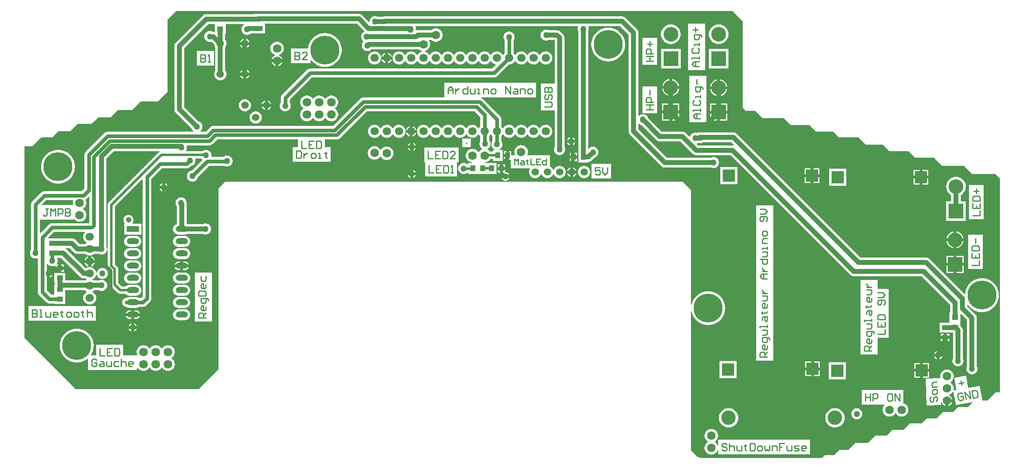
<source format=gtl>
%FSLAX24Y24*%
%MOIN*%
G70*
G01*
G75*
G04 Layer_Physical_Order=1*
G04 Layer_Color=255*
%ADD10R,0.0500X0.0400*%
%ADD11R,0.0400X0.0500*%
%ADD12C,0.0394*%
%ADD13C,0.0197*%
%ADD14C,0.0315*%
%ADD15C,0.0100*%
%ADD16C,0.0039*%
%ADD17C,0.0700*%
%ADD18C,0.0600*%
%ADD19C,0.1200*%
%ADD20R,0.1200X0.1200*%
%ADD21C,0.0669*%
%ADD22C,0.0709*%
%ADD23O,0.1000X0.0500*%
%ADD24R,0.1000X0.0500*%
%ADD25R,0.1000X0.1000*%
%ADD26C,0.1181*%
%ADD27C,0.2362*%
%ADD28C,0.0500*%
G36*
X22724Y14000D02*
X23508Y13217D01*
X23524D01*
Y6150D01*
X23508Y6134D01*
X23720Y5921D01*
Y5870D01*
X24551D01*
X24650Y5772D01*
X25169Y5252D01*
X26882D01*
X26917Y5217D01*
X27437Y4697D01*
X28972D01*
X29024Y4646D01*
X29512Y4157D01*
X30917D01*
X31000Y4075D01*
X31390Y3685D01*
X32988D01*
X33102Y3571D01*
X33594Y3079D01*
X34984D01*
X35047Y3016D01*
X35520Y2543D01*
X37102D01*
X37185Y2461D01*
X37626Y2020D01*
X39161D01*
X39323Y1858D01*
X39815Y1366D01*
X41622D01*
X41736Y1252D01*
X42291Y697D01*
X44169D01*
X44512Y354D01*
X44543Y323D01*
Y-17173D01*
X44185D01*
X43988Y-17370D01*
X43516Y-17843D01*
X43114D01*
X43112Y-17816D01*
X43112Y-17816D01*
X43112Y-17816D01*
X42903Y-16634D01*
X41976Y-16798D01*
X41802Y-15815D01*
X40818Y-15989D01*
X40985Y-16937D01*
X40956Y-16978D01*
X40805Y-17004D01*
X40768Y-16970D01*
X40783Y-16858D01*
X40764Y-16715D01*
X40709Y-16581D01*
X40621Y-16466D01*
X40513Y-16383D01*
Y-16333D01*
X40621Y-16251D01*
X40709Y-16136D01*
X40764Y-16002D01*
X40783Y-15858D01*
X40764Y-15715D01*
X40709Y-15581D01*
X40621Y-15466D01*
X40506Y-15378D01*
X40372Y-15322D01*
X40228Y-15304D01*
X40085Y-15322D01*
X39951Y-15378D01*
X39836Y-15466D01*
X39748Y-15581D01*
X39692Y-15715D01*
X39674Y-15858D01*
X39689Y-15978D01*
X39657Y-16016D01*
X38495Y-16043D01*
X38544Y-18241D01*
X39744Y-18214D01*
X39738Y-17964D01*
X39788Y-17960D01*
X39790Y-17976D01*
X39835Y-18085D01*
X39907Y-18179D01*
X40001Y-18251D01*
X40108Y-18296D01*
Y-17858D01*
X40228D01*
Y-17738D01*
X40666D01*
X40621Y-17631D01*
X40549Y-17537D01*
X40455Y-17465D01*
X40388Y-17437D01*
Y-17387D01*
X40506Y-17339D01*
X40621Y-17251D01*
X40709Y-17136D01*
X40709Y-17134D01*
X40759Y-17140D01*
X40946Y-18198D01*
X42281Y-17962D01*
X42304Y-18007D01*
X41945Y-18366D01*
X41130D01*
X41083Y-18413D01*
X40724Y-18772D01*
X39913D01*
X39862Y-18823D01*
X39390Y-19295D01*
X38571D01*
X38555Y-19311D01*
X38161Y-19705D01*
X37217D01*
X37102Y-19819D01*
X36681Y-20240D01*
X35780D01*
X35665Y-20354D01*
X35303Y-20717D01*
X34358D01*
X34264Y-20811D01*
X33772Y-21303D01*
X32744D01*
X32531Y-21516D01*
X32157Y-21890D01*
X31425D01*
X31358Y-21957D01*
X31000Y-22315D01*
X30217D01*
X30004Y-22528D01*
X20016D01*
X19980Y-22492D01*
X19866D01*
X19311Y-21937D01*
X19295Y-21921D01*
Y-10562D01*
X19345Y-10556D01*
X19383Y-10716D01*
X19466Y-10916D01*
X19580Y-11102D01*
X19721Y-11267D01*
X19886Y-11408D01*
X20072Y-11522D01*
X20273Y-11605D01*
X20484Y-11656D01*
X20701Y-11673D01*
X20918Y-11656D01*
X21129Y-11605D01*
X21330Y-11522D01*
X21515Y-11408D01*
X21680Y-11267D01*
X21822Y-11102D01*
X21935Y-10916D01*
X22018Y-10716D01*
X22069Y-10504D01*
X22086Y-10287D01*
X22069Y-10071D01*
X22018Y-9859D01*
X21935Y-9658D01*
X21822Y-9473D01*
X21680Y-9308D01*
X21515Y-9167D01*
X21330Y-9053D01*
X21129Y-8970D01*
X20918Y-8919D01*
X20701Y-8902D01*
X20484Y-8919D01*
X20273Y-8970D01*
X20072Y-9053D01*
X19886Y-9167D01*
X19721Y-9308D01*
X19580Y-9473D01*
X19466Y-9658D01*
X19383Y-9859D01*
X19345Y-10019D01*
X19295Y-10013D01*
Y-606D01*
X18626Y63D01*
X-18811D01*
X-19335Y-461D01*
Y-512D01*
Y-15264D01*
X-19350Y-15280D01*
X-20917Y-16846D01*
Y-16913D01*
X-31020D01*
X-31102Y-16831D01*
X-35213Y-12720D01*
Y-12685D01*
Y2933D01*
X-35213Y2933D01*
X-35213Y2933D01*
X-35206Y2949D01*
X-34579D01*
X-34398Y3130D01*
X-33843Y3685D01*
X-32929D01*
X-32882Y3732D01*
X-32425Y4189D01*
X-31476D01*
X-31346Y4319D01*
X-30886Y4780D01*
X-29728D01*
X-29551Y4957D01*
X-29173Y5335D01*
X-28161D01*
X-28031Y5465D01*
X-27559Y5937D01*
X-26402D01*
X-26256Y6083D01*
X-25701Y6638D01*
X-24299D01*
X-23906Y7031D01*
X-23563Y7374D01*
X-23496D01*
Y13264D01*
X-23528Y13295D01*
X-22791Y14031D01*
X22693D01*
X22724Y14000D01*
D02*
G37*
%LPC*%
G36*
X-26104Y-5365D02*
X-26604D01*
X-26722Y-5380D01*
X-26831Y-5426D01*
X-26925Y-5498D01*
X-26997Y-5592D01*
X-27043Y-5701D01*
X-27058Y-5819D01*
X-27043Y-5936D01*
X-26997Y-6046D01*
X-26925Y-6140D01*
X-26831Y-6212D01*
X-26722Y-6257D01*
X-26604Y-6273D01*
X-26104D01*
X-25987Y-6257D01*
X-25877Y-6212D01*
X-25783Y-6140D01*
X-25711Y-6046D01*
X-25666Y-5936D01*
X-25650Y-5819D01*
X-25666Y-5701D01*
X-25711Y-5592D01*
X-25783Y-5498D01*
X-25877Y-5426D01*
X-25987Y-5380D01*
X-26104Y-5365D01*
D02*
G37*
G36*
X-22104D02*
X-22604D01*
X-22722Y-5380D01*
X-22831Y-5426D01*
X-22925Y-5498D01*
X-22997Y-5592D01*
X-23043Y-5701D01*
X-23058Y-5819D01*
X-23043Y-5936D01*
X-22997Y-6046D01*
X-22925Y-6140D01*
X-22831Y-6212D01*
X-22722Y-6257D01*
X-22604Y-6273D01*
X-22104D01*
X-21987Y-6257D01*
X-21877Y-6212D01*
X-21783Y-6140D01*
X-21711Y-6046D01*
X-21666Y-5936D01*
X-21650Y-5819D01*
X-21666Y-5701D01*
X-21711Y-5592D01*
X-21783Y-5498D01*
X-21877Y-5426D01*
X-21987Y-5380D01*
X-22104Y-5365D01*
D02*
G37*
G36*
X-29994Y-6028D02*
X-30093Y-6069D01*
X-30184Y-6139D01*
X-30254Y-6230D01*
X-30295Y-6329D01*
X-29994D01*
Y-6028D01*
D02*
G37*
G36*
X-29754D02*
Y-6329D01*
X-29453D01*
X-29494Y-6230D01*
X-29564Y-6139D01*
X-29655Y-6069D01*
X-29754Y-6028D01*
D02*
G37*
G36*
X40762Y-4813D02*
X40190D01*
X40192Y-4830D01*
X40232Y-4962D01*
X40297Y-5084D01*
X40385Y-5190D01*
X40491Y-5278D01*
X40613Y-5343D01*
X40745Y-5383D01*
X40762Y-5384D01*
Y-4813D01*
D02*
G37*
G36*
Y-4001D02*
X40745Y-4003D01*
X40613Y-4043D01*
X40491Y-4108D01*
X40385Y-4196D01*
X40297Y-4302D01*
X40232Y-4424D01*
X40192Y-4556D01*
X40190Y-4573D01*
X40762D01*
Y-4001D01*
D02*
G37*
G36*
X41002D02*
Y-4573D01*
X41573D01*
X41572Y-4556D01*
X41532Y-4424D01*
X41467Y-4302D01*
X41379Y-4196D01*
X41273Y-4108D01*
X41151Y-4043D01*
X41019Y-4003D01*
X41002Y-4001D01*
D02*
G37*
G36*
X-22104Y-4365D02*
X-22604D01*
X-22722Y-4380D01*
X-22831Y-4426D01*
X-22925Y-4498D01*
X-22997Y-4592D01*
X-23043Y-4701D01*
X-23058Y-4819D01*
X-23043Y-4936D01*
X-22997Y-5046D01*
X-22925Y-5140D01*
X-22831Y-5212D01*
X-22722Y-5257D01*
X-22604Y-5273D01*
X-22104D01*
X-21987Y-5257D01*
X-21877Y-5212D01*
X-21783Y-5140D01*
X-21711Y-5046D01*
X-21666Y-4936D01*
X-21650Y-4819D01*
X-21666Y-4701D01*
X-21711Y-4592D01*
X-21783Y-4498D01*
X-21877Y-4426D01*
X-21987Y-4380D01*
X-22104Y-4365D01*
D02*
G37*
G36*
X41573Y-4813D02*
X41002D01*
Y-5384D01*
X41019Y-5383D01*
X41151Y-5343D01*
X41273Y-5278D01*
X41379Y-5190D01*
X41467Y-5084D01*
X41532Y-4962D01*
X41572Y-4830D01*
X41573Y-4813D01*
D02*
G37*
G36*
X-26104Y-4365D02*
X-26604D01*
X-26722Y-4380D01*
X-26831Y-4426D01*
X-26925Y-4498D01*
X-26997Y-4592D01*
X-27043Y-4701D01*
X-27058Y-4819D01*
X-27043Y-4936D01*
X-26997Y-5046D01*
X-26925Y-5140D01*
X-26831Y-5212D01*
X-26722Y-5257D01*
X-26604Y-5273D01*
X-26104D01*
X-25987Y-5257D01*
X-25877Y-5212D01*
X-25783Y-5140D01*
X-25711Y-5046D01*
X-25666Y-4936D01*
X-25650Y-4819D01*
X-25666Y-4701D01*
X-25711Y-4592D01*
X-25783Y-4498D01*
X-25877Y-4426D01*
X-25987Y-4380D01*
X-26104Y-4365D01*
D02*
G37*
G36*
X-21775Y-6939D02*
X-22234D01*
Y-7172D01*
X-22104D01*
X-22013Y-7160D01*
X-21928Y-7125D01*
X-21855Y-7069D01*
X-21799Y-6995D01*
X-21775Y-6939D01*
D02*
G37*
G36*
X43154Y-4280D02*
X41955D01*
Y-7080D01*
X43154D01*
Y-4280D01*
D02*
G37*
G36*
X-22474Y-6939D02*
X-22933D01*
X-22910Y-6995D01*
X-22854Y-7069D01*
X-22781Y-7125D01*
X-22696Y-7160D01*
X-22604Y-7172D01*
X-22474D01*
Y-6939D01*
D02*
G37*
G36*
X41582Y-6813D02*
X41002D01*
Y-7393D01*
X41582D01*
Y-6813D01*
D02*
G37*
G36*
X-26104Y-6365D02*
X-26604D01*
X-26722Y-6380D01*
X-26831Y-6426D01*
X-26925Y-6498D01*
X-26997Y-6592D01*
X-27043Y-6701D01*
X-27058Y-6819D01*
X-27043Y-6936D01*
X-26997Y-7046D01*
X-26925Y-7140D01*
X-26831Y-7212D01*
X-26722Y-7257D01*
X-26604Y-7273D01*
X-26104D01*
X-25987Y-7257D01*
X-25877Y-7212D01*
X-25783Y-7140D01*
X-25711Y-7046D01*
X-25666Y-6936D01*
X-25650Y-6819D01*
X-25666Y-6701D01*
X-25711Y-6592D01*
X-25783Y-6498D01*
X-25877Y-6426D01*
X-25987Y-6380D01*
X-26104Y-6365D01*
D02*
G37*
G36*
X-29994Y-6569D02*
X-30295D01*
X-30254Y-6668D01*
X-30184Y-6759D01*
X-30093Y-6828D01*
X-29994Y-6870D01*
Y-6569D01*
D02*
G37*
G36*
X40762Y-5993D02*
X40182D01*
Y-6573D01*
X40762D01*
Y-5993D01*
D02*
G37*
G36*
X41582D02*
X41002D01*
Y-6573D01*
X41582D01*
Y-5993D01*
D02*
G37*
G36*
X-22104Y-6466D02*
X-22234D01*
Y-6699D01*
X-21775D01*
X-21799Y-6642D01*
X-21855Y-6569D01*
X-21928Y-6513D01*
X-22013Y-6478D01*
X-22104Y-6466D01*
D02*
G37*
G36*
X-29453Y-6569D02*
X-29754D01*
Y-6870D01*
X-29655Y-6828D01*
X-29564Y-6759D01*
X-29494Y-6668D01*
X-29453Y-6569D01*
D02*
G37*
G36*
X-22474Y-6466D02*
X-22604D01*
X-22696Y-6478D01*
X-22781Y-6513D01*
X-22854Y-6569D01*
X-22910Y-6642D01*
X-22933Y-6699D01*
X-22474D01*
Y-6466D01*
D02*
G37*
G36*
X29791Y422D02*
X29311D01*
Y-58D01*
X29791D01*
Y422D01*
D02*
G37*
G36*
X4463Y372D02*
X3805D01*
X3828Y316D01*
X3884Y243D01*
X3957Y186D01*
X4042Y151D01*
X4134Y139D01*
X4225Y151D01*
X4310Y186D01*
X4383Y243D01*
X4440Y316D01*
X4463Y372D01*
D02*
G37*
G36*
X29071Y422D02*
X28591D01*
Y-58D01*
X29071D01*
Y422D01*
D02*
G37*
G36*
X23091Y1242D02*
X21691D01*
Y-158D01*
X23091D01*
Y1242D01*
D02*
G37*
G36*
X-32461Y2673D02*
X-32677Y2656D01*
X-32889Y2605D01*
X-33090Y2522D01*
X-33275Y2408D01*
X-33440Y2267D01*
X-33581Y2102D01*
X-33695Y1916D01*
X-33778Y1716D01*
X-33829Y1504D01*
X-33846Y1287D01*
X-33829Y1071D01*
X-33778Y859D01*
X-33695Y658D01*
X-33581Y473D01*
X-33440Y308D01*
X-33275Y167D01*
X-33090Y53D01*
X-32889Y-30D01*
X-32677Y-81D01*
X-32461Y-98D01*
X-32244Y-81D01*
X-32033Y-30D01*
X-31832Y53D01*
X-31646Y167D01*
X-31481Y308D01*
X-31340Y473D01*
X-31226Y658D01*
X-31143Y859D01*
X-31092Y1071D01*
X-31075Y1287D01*
X-31092Y1504D01*
X-31143Y1716D01*
X-31226Y1916D01*
X-31340Y2102D01*
X-31481Y2267D01*
X-31646Y2408D01*
X-31832Y2522D01*
X-32033Y2605D01*
X-32244Y2656D01*
X-32461Y2673D01*
D02*
G37*
G36*
X12745Y1534D02*
X11145D01*
Y334D01*
X12745D01*
Y1534D01*
D02*
G37*
G36*
X9427Y734D02*
X9164D01*
X9198Y653D01*
X9262Y569D01*
X9346Y505D01*
X9427Y471D01*
Y734D01*
D02*
G37*
G36*
X9930D02*
X9667D01*
Y471D01*
X9749Y505D01*
X9833Y569D01*
X9897Y653D01*
X9930Y734D01*
D02*
G37*
G36*
X-3206Y581D02*
X-3415D01*
Y372D01*
X-3359Y395D01*
X-3286Y451D01*
X-3230Y524D01*
X-3206Y581D01*
D02*
G37*
G36*
X10547Y1359D02*
X10417Y1341D01*
X10295Y1291D01*
X10191Y1211D01*
X10110Y1106D01*
X10060Y985D01*
X10043Y854D01*
X10060Y724D01*
X10110Y602D01*
X10191Y498D01*
X10295Y418D01*
X10417Y367D01*
X10547Y350D01*
X10678Y367D01*
X10799Y418D01*
X10904Y498D01*
X10984Y602D01*
X11034Y724D01*
X11052Y854D01*
X11034Y985D01*
X10984Y1106D01*
X10904Y1211D01*
X10799Y1291D01*
X10678Y1341D01*
X10547Y1359D01*
D02*
G37*
G36*
X-3655Y581D02*
X-3865D01*
X-3841Y524D01*
X-3785Y451D01*
X-3712Y395D01*
X-3655Y372D01*
Y581D01*
D02*
G37*
G36*
X43229Y-194D02*
X42029D01*
Y-2993D01*
X43229D01*
Y-194D01*
D02*
G37*
G36*
X-23943Y-518D02*
X-24152D01*
X-24129Y-574D01*
X-24072Y-647D01*
X-23999Y-703D01*
X-23943Y-727D01*
Y-518D01*
D02*
G37*
G36*
X40968Y461D02*
X40812Y446D01*
X40661Y400D01*
X40522Y326D01*
X40400Y226D01*
X40300Y104D01*
X40226Y-35D01*
X40180Y-186D01*
X40165Y-343D01*
X40180Y-499D01*
X40226Y-650D01*
X40300Y-789D01*
X40400Y-911D01*
X40522Y-1011D01*
X40568Y-1036D01*
Y-1543D01*
X40168D01*
Y-3143D01*
X41768D01*
Y-1543D01*
X41369D01*
Y-1036D01*
X41415Y-1011D01*
X41537Y-911D01*
X41637Y-789D01*
X41711Y-650D01*
X41757Y-499D01*
X41772Y-343D01*
X41757Y-186D01*
X41711Y-35D01*
X41637Y104D01*
X41537Y226D01*
X41415Y326D01*
X41276Y400D01*
X41125Y446D01*
X40968Y461D01*
D02*
G37*
G36*
X-26685Y-2655D02*
X-26713D01*
X-26816Y-2668D01*
X-26913Y-2708D01*
X-26996Y-2772D01*
X-27059Y-2855D01*
X-27099Y-2952D01*
X-27113Y-3055D01*
X-27099Y-3159D01*
X-27059Y-3255D01*
X-27006Y-3324D01*
X-27029Y-3369D01*
X-27054D01*
Y-4269D01*
X-25654D01*
Y-3369D01*
X-26355D01*
X-26377Y-3324D01*
X-26331Y-3263D01*
X-26291Y-3167D01*
X-26277Y-3063D01*
X-26291Y-2959D01*
X-26331Y-2863D01*
X-26394Y-2780D01*
X-26402Y-2772D01*
X-26485Y-2708D01*
X-26553Y-2680D01*
X-26581Y-2668D01*
X-26685Y-2655D01*
D02*
G37*
G36*
X-22398Y-1211D02*
X-22515Y-1227D01*
X-22625Y-1272D01*
X-22719Y-1344D01*
X-22791Y-1438D01*
X-22836Y-1548D01*
X-22852Y-1665D01*
X-22836Y-1783D01*
X-22791Y-1892D01*
X-22755Y-1939D01*
Y-3394D01*
X-22831Y-3426D01*
X-22925Y-3498D01*
X-22997Y-3592D01*
X-23043Y-3701D01*
X-23058Y-3819D01*
X-23043Y-3936D01*
X-22997Y-4046D01*
X-22925Y-4140D01*
X-22831Y-4212D01*
X-22722Y-4257D01*
X-22604Y-4273D01*
X-22104D01*
X-21987Y-4257D01*
X-21877Y-4212D01*
X-21877Y-4211D01*
X-20619D01*
X-20527Y-4249D01*
X-20409Y-4265D01*
X-20292Y-4249D01*
X-20183Y-4204D01*
X-20089Y-4132D01*
X-20016Y-4038D01*
X-19971Y-3929D01*
X-19956Y-3811D01*
X-19971Y-3694D01*
X-20016Y-3584D01*
X-20089Y-3490D01*
X-20183Y-3418D01*
X-20292Y-3373D01*
X-20409Y-3357D01*
X-20527Y-3373D01*
X-20619Y-3411D01*
X-21914D01*
X-21954Y-3394D01*
Y-1748D01*
X-21954Y-1746D01*
X-21944Y-1665D01*
X-21959Y-1548D01*
X-22005Y-1438D01*
X-22077Y-1344D01*
X-22171Y-1272D01*
X-22280Y-1227D01*
X-22398Y-1211D01*
D02*
G37*
G36*
X-23494Y-518D02*
X-23703D01*
Y-727D01*
X-23646Y-703D01*
X-23573Y-647D01*
X-23517Y-574D01*
X-23494Y-518D01*
D02*
G37*
G36*
X37981Y308D02*
X37501D01*
Y-172D01*
X37981D01*
Y308D01*
D02*
G37*
G36*
X38701D02*
X38221D01*
Y-172D01*
X38701D01*
Y308D01*
D02*
G37*
G36*
X32001Y1128D02*
X30601D01*
Y-272D01*
X32001D01*
Y1128D01*
D02*
G37*
G36*
X-23943Y-69D02*
X-23999Y-92D01*
X-24072Y-148D01*
X-24129Y-221D01*
X-24152Y-278D01*
X-23943D01*
Y-69D01*
D02*
G37*
G36*
X-23703D02*
Y-278D01*
X-23494D01*
X-23517Y-221D01*
X-23573Y-148D01*
X-23646Y-92D01*
X-23703Y-69D01*
D02*
G37*
G36*
X38751Y-14772D02*
X38271D01*
Y-15252D01*
X38751D01*
Y-14772D01*
D02*
G37*
G36*
X29121Y-14658D02*
X28641D01*
Y-15138D01*
X29121D01*
Y-14658D01*
D02*
G37*
G36*
X38031Y-14772D02*
X37551D01*
Y-15252D01*
X38031D01*
Y-14772D01*
D02*
G37*
G36*
X29841Y-15378D02*
X29361D01*
Y-15858D01*
X29841D01*
Y-15378D01*
D02*
G37*
G36*
X-30933Y-11965D02*
X-31150Y-11982D01*
X-31361Y-12033D01*
X-31562Y-12116D01*
X-31747Y-12230D01*
X-31913Y-12371D01*
X-32054Y-12536D01*
X-32167Y-12721D01*
X-32251Y-12922D01*
X-32301Y-13134D01*
X-32318Y-13350D01*
X-32301Y-13567D01*
X-32251Y-13779D01*
X-32167Y-13979D01*
X-32054Y-14165D01*
X-31913Y-14330D01*
X-31747Y-14471D01*
X-31562Y-14585D01*
X-31361Y-14668D01*
X-31150Y-14719D01*
X-30933Y-14736D01*
X-30716Y-14719D01*
X-30505Y-14668D01*
X-30304Y-14585D01*
X-30119Y-14471D01*
X-30038Y-14402D01*
X-29993Y-14423D01*
Y-15343D01*
X-25994D01*
Y-15175D01*
X-25947Y-15159D01*
X-25868Y-15261D01*
X-25752Y-15350D01*
X-25617Y-15406D01*
X-25472Y-15425D01*
X-25328Y-15406D01*
X-25193Y-15350D01*
X-25077Y-15261D01*
X-24997Y-15158D01*
X-24947D01*
X-24868Y-15261D01*
X-24752Y-15350D01*
X-24617Y-15406D01*
X-24472Y-15425D01*
X-24328Y-15406D01*
X-24193Y-15350D01*
X-24077Y-15261D01*
X-23997Y-15158D01*
X-23947D01*
X-23868Y-15261D01*
X-23752Y-15350D01*
X-23617Y-15406D01*
X-23472Y-15425D01*
X-23328Y-15406D01*
X-23193Y-15350D01*
X-23077Y-15261D01*
X-22988Y-15146D01*
X-22932Y-15011D01*
X-22913Y-14866D01*
X-22932Y-14721D01*
X-22988Y-14587D01*
X-23077Y-14471D01*
X-23181Y-14391D01*
Y-14341D01*
X-23077Y-14261D01*
X-22988Y-14146D01*
X-22932Y-14011D01*
X-22913Y-13866D01*
X-22932Y-13721D01*
X-22988Y-13587D01*
X-23077Y-13471D01*
X-23193Y-13382D01*
X-23328Y-13326D01*
X-23472Y-13307D01*
X-23617Y-13326D01*
X-23752Y-13382D01*
X-23868Y-13471D01*
X-23947Y-13575D01*
X-23997D01*
X-24077Y-13471D01*
X-24193Y-13382D01*
X-24328Y-13326D01*
X-24472Y-13307D01*
X-24617Y-13326D01*
X-24752Y-13382D01*
X-24868Y-13471D01*
X-24947Y-13575D01*
X-24997D01*
X-25077Y-13471D01*
X-25193Y-13382D01*
X-25328Y-13326D01*
X-25472Y-13307D01*
X-25617Y-13326D01*
X-25752Y-13382D01*
X-25868Y-13471D01*
X-25957Y-13587D01*
X-26012Y-13721D01*
X-26032Y-13866D01*
X-26012Y-14011D01*
X-25975Y-14102D01*
X-25989Y-14123D01*
D01*
X-26003Y-14144D01*
D01*
X-27124D01*
Y-13285D01*
X-29324D01*
Y-14144D01*
X-29748D01*
X-29773Y-14100D01*
X-29699Y-13979D01*
X-29615Y-13779D01*
X-29565Y-13567D01*
X-29548Y-13350D01*
X-29565Y-13134D01*
X-29615Y-12922D01*
X-29699Y-12721D01*
X-29812Y-12536D01*
X-29953Y-12371D01*
X-30119Y-12230D01*
X-30304Y-12116D01*
X-30505Y-12033D01*
X-30716Y-11982D01*
X-30933Y-11965D01*
D02*
G37*
G36*
X39837Y-14250D02*
X39628D01*
Y-14459D01*
X39684Y-14436D01*
X39757Y-14380D01*
X39814Y-14306D01*
X39837Y-14250D01*
D02*
G37*
G36*
X34559Y-7985D02*
X33159D01*
Y-14083D01*
X34559D01*
Y-12713D01*
X35457D01*
Y-8714D01*
X34559D01*
Y-7985D01*
D02*
G37*
G36*
X39388Y-14250D02*
X39179D01*
X39202Y-14306D01*
X39258Y-14380D01*
X39331Y-14436D01*
X39388Y-14459D01*
Y-14250D01*
D02*
G37*
G36*
X29841Y-14658D02*
X29361D01*
Y-15138D01*
X29841D01*
Y-14658D01*
D02*
G37*
G36*
X26031Y-1864D02*
X24632D01*
Y-14560D01*
X26031D01*
Y-1864D01*
D02*
G37*
G36*
X29121Y-15378D02*
X28641D01*
Y-15858D01*
X29121D01*
Y-15378D01*
D02*
G37*
G36*
X32854Y-18475D02*
X32737Y-18491D01*
X32627Y-18536D01*
X32533Y-18608D01*
X32461Y-18702D01*
X32416Y-18812D01*
X32400Y-18929D01*
X32416Y-19047D01*
X32461Y-19156D01*
X32533Y-19250D01*
X32627Y-19322D01*
X32737Y-19368D01*
X32854Y-19383D01*
X32972Y-19368D01*
X33081Y-19322D01*
X33175Y-19250D01*
X33247Y-19156D01*
X33293Y-19047D01*
X33308Y-18929D01*
X33293Y-18812D01*
X33247Y-18702D01*
X33175Y-18608D01*
X33081Y-18536D01*
X32972Y-18491D01*
X32854Y-18475D01*
D02*
G37*
G36*
X36650Y-16974D02*
X33251D01*
Y-18174D01*
X35099D01*
X35121Y-18219D01*
X35039Y-18325D01*
X34984Y-18459D01*
X34965Y-18602D01*
X34984Y-18746D01*
X35039Y-18880D01*
X35127Y-18995D01*
X35242Y-19083D01*
X35376Y-19138D01*
X35520Y-19157D01*
X35663Y-19138D01*
X35797Y-19083D01*
X35912Y-18995D01*
X35995Y-18887D01*
X36045D01*
X36127Y-18995D01*
X36242Y-19083D01*
X36376Y-19138D01*
X36520Y-19157D01*
X36663Y-19138D01*
X36797Y-19083D01*
X36912Y-18995D01*
X37000Y-18880D01*
X37056Y-18746D01*
X37074Y-18602D01*
X37056Y-18459D01*
X37000Y-18325D01*
X36912Y-18210D01*
X36797Y-18122D01*
X36663Y-18067D01*
X36650Y-18065D01*
Y-16974D01*
D02*
G37*
G36*
X31072Y-18462D02*
X30917Y-18477D01*
X30768Y-18522D01*
X30631Y-18595D01*
X30510Y-18694D01*
X30412Y-18815D01*
X30338Y-18952D01*
X30293Y-19101D01*
X30278Y-19256D01*
X30293Y-19411D01*
X30338Y-19560D01*
X30412Y-19697D01*
X30510Y-19818D01*
X30631Y-19916D01*
X30768Y-19990D01*
X30917Y-20035D01*
X31072Y-20050D01*
X31227Y-20035D01*
X31376Y-19990D01*
X31513Y-19916D01*
X31634Y-19818D01*
X31733Y-19697D01*
X31806Y-19560D01*
X31851Y-19411D01*
X31866Y-19256D01*
X31851Y-19101D01*
X31806Y-18952D01*
X31733Y-18815D01*
X31634Y-18694D01*
X31513Y-18595D01*
X31376Y-18522D01*
X31227Y-18477D01*
X31072Y-18462D01*
D02*
G37*
G36*
X20961Y-20162D02*
X20817Y-20181D01*
X20683Y-20236D01*
X20568Y-20324D01*
X20480Y-20439D01*
X20425Y-20573D01*
X20406Y-20717D01*
X20425Y-20860D01*
X20480Y-20994D01*
X20568Y-21109D01*
X20676Y-21192D01*
Y-21242D01*
X20568Y-21324D01*
X20480Y-21439D01*
X20425Y-21573D01*
X20406Y-21717D01*
X20425Y-21860D01*
X20480Y-21994D01*
X20568Y-22109D01*
X20683Y-22197D01*
X20817Y-22252D01*
X20961Y-22271D01*
X21104Y-22252D01*
X21238Y-22197D01*
X21353Y-22109D01*
X21441Y-21994D01*
X21490Y-21877D01*
X21539Y-21887D01*
Y-22233D01*
X29036D01*
Y-21033D01*
X21539D01*
Y-21546D01*
X21490Y-21556D01*
X21441Y-21439D01*
X21353Y-21324D01*
X21245Y-21242D01*
Y-21192D01*
X21353Y-21109D01*
X21441Y-20994D01*
X21496Y-20860D01*
X21515Y-20717D01*
X21496Y-20573D01*
X21441Y-20439D01*
X21353Y-20324D01*
X21238Y-20236D01*
X21104Y-20181D01*
X20961Y-20162D01*
D02*
G37*
G36*
X22372Y-18462D02*
X22217Y-18477D01*
X22068Y-18522D01*
X21931Y-18595D01*
X21810Y-18694D01*
X21712Y-18815D01*
X21638Y-18952D01*
X21593Y-19101D01*
X21578Y-19256D01*
X21593Y-19411D01*
X21638Y-19560D01*
X21712Y-19697D01*
X21810Y-19818D01*
X21931Y-19916D01*
X22068Y-19990D01*
X22217Y-20035D01*
X22372Y-20050D01*
X22527Y-20035D01*
X22676Y-19990D01*
X22813Y-19916D01*
X22934Y-19818D01*
X23033Y-19697D01*
X23106Y-19560D01*
X23151Y-19411D01*
X23166Y-19256D01*
X23151Y-19101D01*
X23106Y-18952D01*
X23033Y-18815D01*
X22934Y-18694D01*
X22813Y-18595D01*
X22676Y-18522D01*
X22527Y-18477D01*
X22372Y-18462D01*
D02*
G37*
G36*
X38031Y-15492D02*
X37551D01*
Y-15972D01*
X38031D01*
Y-15492D01*
D02*
G37*
G36*
X38751D02*
X38271D01*
Y-15972D01*
X38751D01*
Y-15492D01*
D02*
G37*
G36*
X23041Y-14608D02*
X21641D01*
Y-16008D01*
X23041D01*
Y-14608D01*
D02*
G37*
G36*
X40666Y-17978D02*
X40348D01*
Y-18296D01*
X40455Y-18251D01*
X40549Y-18179D01*
X40621Y-18085D01*
X40666Y-17978D01*
D02*
G37*
G36*
X31951Y-14722D02*
X30551D01*
Y-16122D01*
X31951D01*
Y-14722D01*
D02*
G37*
G36*
X39388Y-13801D02*
X39331Y-13824D01*
X39258Y-13880D01*
X39202Y-13953D01*
X39179Y-14010D01*
X39388D01*
Y-13801D01*
D02*
G37*
G36*
X-26474Y-10466D02*
X-26604D01*
X-26696Y-10478D01*
X-26781Y-10513D01*
X-26854Y-10569D01*
X-26910Y-10642D01*
X-26933Y-10699D01*
X-26474D01*
Y-10466D01*
D02*
G37*
G36*
X-26104D02*
X-26234D01*
Y-10699D01*
X-25775D01*
X-25799Y-10642D01*
X-25855Y-10569D01*
X-25928Y-10513D01*
X-26013Y-10478D01*
X-26104Y-10466D01*
D02*
G37*
G36*
X-25775Y-10939D02*
X-26234D01*
Y-11172D01*
X-26104D01*
X-26013Y-11160D01*
X-25928Y-11125D01*
X-25855Y-11069D01*
X-25799Y-10995D01*
X-25775Y-10939D01*
D02*
G37*
G36*
X-22104Y-10365D02*
X-22604D01*
X-22722Y-10380D01*
X-22831Y-10426D01*
X-22925Y-10498D01*
X-22997Y-10592D01*
X-23043Y-10701D01*
X-23058Y-10819D01*
X-23043Y-10936D01*
X-22997Y-11046D01*
X-22925Y-11140D01*
X-22831Y-11212D01*
X-22722Y-11257D01*
X-22604Y-11273D01*
X-22104D01*
X-21987Y-11257D01*
X-21877Y-11212D01*
X-21783Y-11140D01*
X-21711Y-11046D01*
X-21666Y-10936D01*
X-21650Y-10819D01*
X-21666Y-10701D01*
X-21711Y-10592D01*
X-21783Y-10498D01*
X-21877Y-10426D01*
X-21987Y-10380D01*
X-22104Y-10365D01*
D02*
G37*
G36*
X-26474Y-10939D02*
X-26933D01*
X-26910Y-10995D01*
X-26854Y-11069D01*
X-26781Y-11125D01*
X-26696Y-11160D01*
X-26604Y-11172D01*
X-26474D01*
Y-10939D01*
D02*
G37*
G36*
X-22104Y-7365D02*
X-22604D01*
X-22722Y-7380D01*
X-22831Y-7426D01*
X-22925Y-7498D01*
X-22997Y-7592D01*
X-23043Y-7701D01*
X-23058Y-7819D01*
X-23043Y-7936D01*
X-22997Y-8046D01*
X-22925Y-8140D01*
X-22831Y-8212D01*
X-22722Y-8257D01*
X-22604Y-8273D01*
X-22104D01*
X-21987Y-8257D01*
X-21877Y-8212D01*
X-21783Y-8140D01*
X-21711Y-8046D01*
X-21666Y-7936D01*
X-21650Y-7819D01*
X-21666Y-7701D01*
X-21711Y-7592D01*
X-21783Y-7498D01*
X-21877Y-7426D01*
X-21987Y-7380D01*
X-22104Y-7365D01*
D02*
G37*
G36*
X40762Y-6813D02*
X40182D01*
Y-7393D01*
X40762D01*
Y-6813D01*
D02*
G37*
G36*
X-26104Y-7365D02*
X-26604D01*
X-26722Y-7380D01*
X-26831Y-7426D01*
X-26925Y-7498D01*
X-26997Y-7592D01*
X-27043Y-7701D01*
X-27058Y-7819D01*
X-27043Y-7936D01*
X-26997Y-8046D01*
X-26925Y-8140D01*
X-26831Y-8212D01*
X-26722Y-8257D01*
X-26604Y-8273D01*
X-26104D01*
X-25987Y-8257D01*
X-25877Y-8212D01*
X-25783Y-8140D01*
X-25711Y-8046D01*
X-25666Y-7936D01*
X-25650Y-7819D01*
X-25666Y-7701D01*
X-25711Y-7592D01*
X-25783Y-7498D01*
X-25877Y-7426D01*
X-25987Y-7380D01*
X-26104Y-7365D01*
D02*
G37*
G36*
X-22104Y-9365D02*
X-22604D01*
X-22722Y-9380D01*
X-22831Y-9426D01*
X-22925Y-9498D01*
X-22997Y-9592D01*
X-23043Y-9701D01*
X-23058Y-9819D01*
X-23043Y-9936D01*
X-22997Y-10046D01*
X-22925Y-10140D01*
X-22831Y-10212D01*
X-22722Y-10257D01*
X-22604Y-10273D01*
X-22104D01*
X-21987Y-10257D01*
X-21877Y-10212D01*
X-21783Y-10140D01*
X-21711Y-10046D01*
X-21666Y-9936D01*
X-21650Y-9819D01*
X-21666Y-9701D01*
X-21711Y-9592D01*
X-21783Y-9498D01*
X-21877Y-9426D01*
X-21987Y-9380D01*
X-22104Y-9365D01*
D02*
G37*
G36*
Y-8365D02*
X-22604D01*
X-22722Y-8380D01*
X-22831Y-8426D01*
X-22925Y-8498D01*
X-22997Y-8592D01*
X-23043Y-8701D01*
X-23058Y-8819D01*
X-23043Y-8936D01*
X-22997Y-9046D01*
X-22925Y-9140D01*
X-22831Y-9212D01*
X-22722Y-9257D01*
X-22604Y-9273D01*
X-22104D01*
X-21987Y-9257D01*
X-21877Y-9212D01*
X-21783Y-9140D01*
X-21711Y-9046D01*
X-21666Y-8936D01*
X-21650Y-8819D01*
X-21666Y-8701D01*
X-21711Y-8592D01*
X-21783Y-8498D01*
X-21877Y-8426D01*
X-21987Y-8380D01*
X-22104Y-8365D01*
D02*
G37*
G36*
X-29369Y-10112D02*
X-34867D01*
Y-11312D01*
X-29369D01*
Y-10112D01*
D02*
G37*
G36*
X39947Y-12377D02*
X39717D01*
Y-12557D01*
X39947D01*
Y-12377D01*
D02*
G37*
G36*
X40417D02*
X40187D01*
Y-12557D01*
X40417D01*
Y-12377D01*
D02*
G37*
G36*
Y-12797D02*
X40187D01*
Y-12977D01*
X40417D01*
Y-12797D01*
D02*
G37*
G36*
X39628Y-13801D02*
Y-14010D01*
X39837D01*
X39814Y-13953D01*
X39757Y-13880D01*
X39684Y-13824D01*
X39628Y-13801D01*
D02*
G37*
G36*
X39947Y-12797D02*
X39717D01*
Y-12977D01*
X39947D01*
Y-12797D01*
D02*
G37*
G36*
X-26234Y-11521D02*
Y-11730D01*
X-26025D01*
X-26049Y-11674D01*
X-26105Y-11601D01*
X-26178Y-11545D01*
X-26234Y-11521D01*
D02*
G37*
G36*
X-19874Y-7360D02*
X-21274D01*
Y-11359D01*
X-19874D01*
Y-7360D01*
D02*
G37*
G36*
X-26474Y-11521D02*
X-26531Y-11545D01*
X-26604Y-11601D01*
X-26660Y-11674D01*
X-26683Y-11730D01*
X-26474D01*
Y-11521D01*
D02*
G37*
G36*
Y-11970D02*
X-26683D01*
X-26660Y-12027D01*
X-26604Y-12100D01*
X-26531Y-12156D01*
X-26474Y-12180D01*
Y-11970D01*
D02*
G37*
G36*
X-26025D02*
X-26234D01*
Y-12180D01*
X-26178Y-12156D01*
X-26105Y-12100D01*
X-26049Y-12027D01*
X-26025Y-11970D01*
D02*
G37*
G36*
X299Y2849D02*
X-2501D01*
Y1649D01*
X-2446D01*
Y491D01*
X154D01*
Y1649D01*
X299D01*
Y2849D01*
D02*
G37*
G36*
X-15293Y6698D02*
Y6435D01*
X-15030D01*
X-15064Y6517D01*
X-15128Y6600D01*
X-15212Y6664D01*
X-15293Y6698D01*
D02*
G37*
G36*
X-10110Y7114D02*
X-10255Y7095D01*
X-10390Y7039D01*
X-10506Y6950D01*
X-10585Y6847D01*
X-10635D01*
X-10715Y6950D01*
X-10831Y7039D01*
X-10966Y7095D01*
X-11110Y7114D01*
X-11255Y7095D01*
X-11390Y7039D01*
X-11506Y6950D01*
X-11585Y6847D01*
X-11635D01*
X-11715Y6950D01*
X-11831Y7039D01*
X-11966Y7095D01*
X-12110Y7114D01*
X-12255Y7095D01*
X-12390Y7039D01*
X-12506Y6950D01*
X-12594Y6835D01*
X-12650Y6700D01*
X-12669Y6555D01*
X-12650Y6410D01*
X-12594Y6276D01*
X-12506Y6160D01*
X-12402Y6080D01*
Y6030D01*
X-12506Y5950D01*
X-12594Y5835D01*
X-12650Y5700D01*
X-12669Y5555D01*
X-12650Y5410D01*
X-12594Y5276D01*
X-12506Y5160D01*
X-12390Y5071D01*
X-12255Y5015D01*
X-12110Y4996D01*
X-11966Y5015D01*
X-11831Y5071D01*
X-11715Y5160D01*
X-11635Y5264D01*
X-11585D01*
X-11506Y5160D01*
X-11390Y5071D01*
X-11255Y5015D01*
X-11110Y4996D01*
X-10966Y5015D01*
X-10831Y5071D01*
X-10715Y5160D01*
X-10635Y5264D01*
X-10585D01*
X-10506Y5160D01*
X-10390Y5071D01*
X-10255Y5015D01*
X-10110Y4996D01*
X-9966Y5015D01*
X-9831Y5071D01*
X-9715Y5160D01*
X-9626Y5276D01*
X-9570Y5410D01*
X-9551Y5555D01*
X-9570Y5700D01*
X-9626Y5835D01*
X-9715Y5950D01*
X-9819Y6030D01*
Y6080D01*
X-9715Y6160D01*
X-9626Y6276D01*
X-9570Y6410D01*
X-9551Y6555D01*
X-9570Y6700D01*
X-9626Y6835D01*
X-9715Y6950D01*
X-9831Y7039D01*
X-9966Y7095D01*
X-10110Y7114D01*
D02*
G37*
G36*
X-15533Y6698D02*
X-15615Y6664D01*
X-15699Y6600D01*
X-15763Y6517D01*
X-15797Y6435D01*
X-15533D01*
Y6698D01*
D02*
G37*
G36*
Y6195D02*
X-15797D01*
X-15763Y6113D01*
X-15699Y6030D01*
X-15615Y5966D01*
X-15533Y5932D01*
Y6195D01*
D02*
G37*
G36*
X-15030D02*
X-15293D01*
Y5932D01*
X-15212Y5966D01*
X-15128Y6030D01*
X-15064Y6113D01*
X-15030Y6195D01*
D02*
G37*
G36*
X21435Y7624D02*
X20864D01*
X20865Y7607D01*
X20905Y7475D01*
X20970Y7353D01*
X21058Y7247D01*
X21164Y7159D01*
X21286Y7094D01*
X21418Y7054D01*
X21435Y7053D01*
Y7624D01*
D02*
G37*
G36*
Y8436D02*
X21418Y8434D01*
X21286Y8394D01*
X21164Y8329D01*
X21058Y8241D01*
X20970Y8135D01*
X20905Y8013D01*
X20865Y7881D01*
X20864Y7864D01*
X21435D01*
Y8436D01*
D02*
G37*
G36*
X21675D02*
Y7864D01*
X22247D01*
X22245Y7881D01*
X22205Y8013D01*
X22140Y8135D01*
X22052Y8241D01*
X21946Y8329D01*
X21824Y8394D01*
X21692Y8434D01*
X21675Y8436D01*
D02*
G37*
G36*
X18325Y7644D02*
X17754D01*
Y7072D01*
X17771Y7074D01*
X17903Y7114D01*
X18025Y7179D01*
X18131Y7266D01*
X18219Y7373D01*
X18284Y7495D01*
X18324Y7627D01*
X18325Y7644D01*
D02*
G37*
G36*
X22247Y7624D02*
X21675D01*
Y7053D01*
X21692Y7054D01*
X21824Y7094D01*
X21946Y7159D01*
X22052Y7247D01*
X22140Y7353D01*
X22205Y7475D01*
X22245Y7607D01*
X22247Y7624D01*
D02*
G37*
G36*
X17514Y7644D02*
X16942D01*
X16944Y7627D01*
X16984Y7495D01*
X17049Y7373D01*
X17136Y7266D01*
X17243Y7179D01*
X17365Y7114D01*
X17497Y7074D01*
X17514Y7072D01*
Y7644D01*
D02*
G37*
G36*
X18334Y6464D02*
X17754D01*
Y5884D01*
X18334D01*
Y6464D01*
D02*
G37*
G36*
X-17313Y11743D02*
X-17395Y11710D01*
X-17478Y11646D01*
X-17542Y11562D01*
X-17576Y11480D01*
X-17313D01*
Y11743D01*
D02*
G37*
G36*
X21555Y12926D02*
X21398Y12910D01*
X21247Y12865D01*
X21109Y12790D01*
X20987Y12690D01*
X20887Y12569D01*
X20812Y12430D01*
X20767Y12279D01*
X20751Y12122D01*
X20767Y11965D01*
X20812Y11814D01*
X20887Y11675D01*
X20987Y11554D01*
X21109Y11454D01*
X21247Y11379D01*
X21398Y11334D01*
X21555Y11318D01*
X21712Y11334D01*
X21863Y11379D01*
X22002Y11454D01*
X22124Y11554D01*
X22224Y11675D01*
X22298Y11814D01*
X22344Y11965D01*
X22359Y12122D01*
X22344Y12279D01*
X22298Y12430D01*
X22224Y12569D01*
X22124Y12690D01*
X22002Y12790D01*
X21863Y12865D01*
X21712Y12910D01*
X21555Y12926D01*
D02*
G37*
G36*
X-17073Y11743D02*
Y11480D01*
X-16810D01*
X-16844Y11562D01*
X-16908Y11646D01*
X-16991Y11710D01*
X-17073Y11743D01*
D02*
G37*
G36*
X17514Y5644D02*
X16934D01*
Y5064D01*
X17514D01*
Y5644D01*
D02*
G37*
G36*
X18334D02*
X17754D01*
Y5064D01*
X18334D01*
Y5644D01*
D02*
G37*
G36*
X16540Y7872D02*
X15340D01*
Y5672D01*
X16540D01*
Y7872D01*
D02*
G37*
G36*
X22255Y6444D02*
X21675D01*
Y5864D01*
X22255D01*
Y6444D01*
D02*
G37*
G36*
X17514Y6464D02*
X16934D01*
Y5884D01*
X17514D01*
Y6464D01*
D02*
G37*
G36*
X21435Y6444D02*
X20855D01*
Y5864D01*
X21435D01*
Y6444D01*
D02*
G37*
G36*
X-17185Y6819D02*
X-17316Y6802D01*
X-17437Y6752D01*
X-17542Y6672D01*
X-17622Y6567D01*
X-17672Y6445D01*
X-17689Y6315D01*
X-17672Y6184D01*
X-17622Y6063D01*
X-17542Y5958D01*
X-17437Y5878D01*
X-17316Y5828D01*
X-17185Y5811D01*
X-17055Y5828D01*
X-16933Y5878D01*
X-16828Y5958D01*
X-16748Y6063D01*
X-16698Y6184D01*
X-16681Y6315D01*
X-16698Y6445D01*
X-16748Y6567D01*
X-16828Y6672D01*
X-16933Y6752D01*
X-17055Y6802D01*
X-17185Y6819D01*
D02*
G37*
G36*
X17646Y12926D02*
X17489Y12910D01*
X17338Y12865D01*
X17199Y12790D01*
X17077Y12690D01*
X16977Y12569D01*
X16903Y12430D01*
X16857Y12279D01*
X16842Y12122D01*
X16857Y11965D01*
X16903Y11814D01*
X16977Y11675D01*
X17077Y11554D01*
X17199Y11454D01*
X17338Y11379D01*
X17489Y11334D01*
X17646Y11318D01*
X17802Y11334D01*
X17953Y11379D01*
X18092Y11454D01*
X18214Y11554D01*
X18314Y11675D01*
X18388Y11814D01*
X18434Y11965D01*
X18450Y12122D01*
X18434Y12279D01*
X18388Y12430D01*
X18314Y12569D01*
X18214Y12690D01*
X18092Y12790D01*
X17953Y12865D01*
X17802Y12910D01*
X17646Y12926D01*
D02*
G37*
G36*
X-5162Y10061D02*
X-5463D01*
Y9760D01*
X-5363Y9801D01*
X-5273Y9871D01*
X-5203Y9962D01*
X-5162Y10061D01*
D02*
G37*
G36*
X12528Y12673D02*
X12311Y12656D01*
X12099Y12605D01*
X11899Y12522D01*
X11713Y12408D01*
X11548Y12267D01*
X11407Y12102D01*
X11293Y11916D01*
X11210Y11716D01*
X11159Y11504D01*
X11142Y11287D01*
X11159Y11071D01*
X11210Y10859D01*
X11293Y10658D01*
X11407Y10473D01*
X11548Y10308D01*
X11713Y10167D01*
X11899Y10053D01*
X12099Y9970D01*
X12311Y9919D01*
X12528Y9902D01*
X12744Y9919D01*
X12956Y9970D01*
X13156Y10053D01*
X13342Y10167D01*
X13507Y10308D01*
X13648Y10473D01*
X13762Y10658D01*
X13845Y10859D01*
X13896Y11071D01*
X13913Y11287D01*
X13896Y11504D01*
X13845Y11716D01*
X13762Y11916D01*
X13648Y12102D01*
X13507Y12267D01*
X13342Y12408D01*
X13156Y12522D01*
X12956Y12605D01*
X12744Y12656D01*
X12528Y12673D01*
D02*
G37*
G36*
X-5703Y10061D02*
X-6003D01*
X-5962Y9962D01*
X-5893Y9871D01*
X-5802Y9801D01*
X-5703Y9760D01*
Y10061D01*
D02*
G37*
G36*
X-19715Y10770D02*
X-21115D01*
Y9570D01*
X-19715D01*
Y10770D01*
D02*
G37*
G36*
X16524Y11809D02*
X15325D01*
Y9609D01*
X16524D01*
Y11809D01*
D02*
G37*
G36*
X-6583Y10720D02*
X-6722Y10702D01*
X-6852Y10648D01*
X-6964Y10562D01*
X-7050Y10451D01*
X-7104Y10321D01*
X-7122Y10181D01*
X-7104Y10042D01*
X-7050Y9911D01*
X-6964Y9800D01*
X-6852Y9714D01*
X-6722Y9660D01*
X-6583Y9642D01*
X-6443Y9660D01*
X-6313Y9714D01*
X-6201Y9800D01*
X-6116Y9911D01*
X-6062Y10042D01*
X-6057Y10076D01*
X-6057D01*
X-6043Y10181D01*
X-6057Y10286D01*
X-6057D01*
X-6062Y10321D01*
X-6116Y10451D01*
X-6201Y10562D01*
X-6313Y10648D01*
X-6443Y10702D01*
X-6583Y10720D01*
D02*
G37*
G36*
X-17313Y11240D02*
X-17576D01*
X-17542Y11159D01*
X-17478Y11075D01*
X-17395Y11011D01*
X-17313Y10977D01*
Y11240D01*
D02*
G37*
G36*
X-16810D02*
X-17073D01*
Y10977D01*
X-16991Y11011D01*
X-16908Y11075D01*
X-16844Y11159D01*
X-16810Y11240D01*
D02*
G37*
G36*
X-5463Y10602D02*
Y10301D01*
X-5162D01*
X-5203Y10400D01*
X-5273Y10491D01*
X-5363Y10561D01*
X-5463Y10602D01*
D02*
G37*
G36*
X-14555Y11515D02*
X-14699Y11496D01*
X-14832Y11441D01*
X-14947Y11353D01*
X-15036Y11238D01*
X-15091Y11104D01*
X-15110Y10961D01*
X-15091Y10817D01*
X-15036Y10683D01*
X-14947Y10568D01*
X-14832Y10480D01*
X-14715Y10432D01*
Y10382D01*
X-14782Y10354D01*
X-14876Y10282D01*
X-14948Y10188D01*
X-14992Y10081D01*
X-14118D01*
X-14162Y10188D01*
X-14234Y10282D01*
X-14328Y10354D01*
X-14395Y10382D01*
Y10432D01*
X-14278Y10480D01*
X-14163Y10568D01*
X-14075Y10683D01*
X-14019Y10817D01*
X-14000Y10961D01*
X-14019Y11104D01*
X-14075Y11238D01*
X-14163Y11353D01*
X-14278Y11441D01*
X-14412Y11496D01*
X-14555Y11515D01*
D02*
G37*
G36*
X-5703Y10602D02*
X-5802Y10561D01*
X-5893Y10491D01*
X-5962Y10400D01*
X-6003Y10301D01*
X-5703D01*
Y10602D01*
D02*
G37*
G36*
X-14118Y9841D02*
X-14435D01*
Y9523D01*
X-14328Y9568D01*
X-14234Y9640D01*
X-14162Y9734D01*
X-14118Y9841D01*
D02*
G37*
G36*
X-16810Y8740D02*
X-17073D01*
Y8477D01*
X-16991Y8511D01*
X-16908Y8575D01*
X-16844Y8659D01*
X-16810Y8740D01*
D02*
G37*
G36*
X-17313Y9243D02*
X-17395Y9210D01*
X-17478Y9146D01*
X-17542Y9062D01*
X-17576Y8980D01*
X-17313D01*
Y9243D01*
D02*
G37*
G36*
Y8740D02*
X-17576D01*
X-17542Y8659D01*
X-17478Y8575D01*
X-17395Y8511D01*
X-17313Y8477D01*
Y8740D01*
D02*
G37*
G36*
X17514Y8455D02*
X17497Y8454D01*
X17365Y8414D01*
X17243Y8349D01*
X17136Y8261D01*
X17049Y8155D01*
X16984Y8033D01*
X16944Y7901D01*
X16942Y7884D01*
X17514D01*
Y8455D01*
D02*
G37*
G36*
X17754D02*
Y7884D01*
X18325D01*
X18324Y7901D01*
X18284Y8033D01*
X18219Y8155D01*
X18131Y8261D01*
X18025Y8349D01*
X17903Y8414D01*
X17771Y8454D01*
X17754Y8455D01*
D02*
G37*
G36*
X-17073Y9243D02*
Y8980D01*
X-16810D01*
X-16844Y9062D01*
X-16908Y9146D01*
X-16991Y9210D01*
X-17073Y9243D01*
D02*
G37*
G36*
X-10642Y12216D02*
X-10858Y12199D01*
X-11070Y12148D01*
X-11271Y12065D01*
X-11456Y11952D01*
X-11621Y11810D01*
X-11763Y11645D01*
X-11876Y11460D01*
X-11959Y11259D01*
X-12010Y11047D01*
X-12018Y10943D01*
X-13398D01*
Y9743D01*
X-11799D01*
Y9987D01*
X-11752Y10004D01*
X-11621Y9851D01*
X-11456Y9710D01*
X-11271Y9596D01*
X-11070Y9513D01*
X-10858Y9462D01*
X-10642Y9445D01*
X-10425Y9462D01*
X-10214Y9513D01*
X-10013Y9596D01*
X-9827Y9710D01*
X-9662Y9851D01*
X-9521Y10016D01*
X-9407Y10202D01*
X-9324Y10403D01*
X-9273Y10614D01*
X-9256Y10831D01*
X-9273Y11047D01*
X-9324Y11259D01*
X-9407Y11460D01*
X-9521Y11645D01*
X-9662Y11810D01*
X-9827Y11952D01*
X-10013Y12065D01*
X-10214Y12148D01*
X-10425Y12199D01*
X-10642Y12216D01*
D02*
G37*
G36*
X-14675Y9841D02*
X-14992D01*
X-14948Y9734D01*
X-14876Y9640D01*
X-14782Y9568D01*
X-14675Y9523D01*
Y9841D01*
D02*
G37*
G36*
X22355Y10922D02*
X20755D01*
Y9322D01*
X22355D01*
Y10922D01*
D02*
G37*
G36*
X20461Y12975D02*
X19061D01*
Y9176D01*
X20461D01*
Y12975D01*
D02*
G37*
G36*
X18446Y10922D02*
X16846D01*
Y9322D01*
X18446D01*
Y10922D01*
D02*
G37*
G36*
X4183Y2089D02*
X4003D01*
Y1859D01*
X4183D01*
Y2089D01*
D02*
G37*
G36*
X9560Y2429D02*
X9380D01*
Y2199D01*
X9560D01*
Y2429D01*
D02*
G37*
G36*
X-6587Y2968D02*
X-6730Y2949D01*
X-6864Y2894D01*
X-6979Y2806D01*
X-7067Y2691D01*
X-7122Y2557D01*
X-7141Y2413D01*
X-7122Y2270D01*
X-7067Y2136D01*
X-6979Y2021D01*
X-6864Y1933D01*
X-6730Y1878D01*
X-6587Y1859D01*
X-6443Y1878D01*
X-6309Y1933D01*
X-6194Y2021D01*
X-6119Y2120D01*
X-6069Y2113D01*
X-6067Y2108D01*
X-5979Y1994D01*
X-5864Y1905D01*
X-5730Y1850D01*
X-5587Y1831D01*
X-5443Y1850D01*
X-5309Y1905D01*
X-5194Y1994D01*
X-5106Y2108D01*
X-5051Y2242D01*
X-5032Y2386D01*
X-5051Y2529D01*
X-5106Y2663D01*
X-5194Y2778D01*
X-5309Y2866D01*
X-5443Y2922D01*
X-5587Y2941D01*
X-5730Y2922D01*
X-5864Y2866D01*
X-5979Y2778D01*
X-6055Y2679D01*
X-6104Y2686D01*
X-6106Y2691D01*
X-6194Y2806D01*
X-6309Y2894D01*
X-6443Y2949D01*
X-6587Y2968D01*
D02*
G37*
G36*
X9560Y1959D02*
X9380D01*
Y1729D01*
X9560D01*
Y1959D01*
D02*
G37*
G36*
X9980D02*
X9800D01*
Y1729D01*
X9980D01*
Y1959D01*
D02*
G37*
G36*
X4183Y2559D02*
X4003D01*
Y2329D01*
X4183D01*
Y2559D01*
D02*
G37*
G36*
X-3659Y2801D02*
X-3868D01*
X-3845Y2745D01*
X-3789Y2672D01*
X-3716Y2616D01*
X-3659Y2592D01*
Y2801D01*
D02*
G37*
G36*
X7445Y12505D02*
X7327Y12490D01*
X7218Y12444D01*
X7124Y12372D01*
X7052Y12278D01*
X7006Y12169D01*
X6991Y12051D01*
X7006Y11934D01*
X7052Y11824D01*
X7124Y11730D01*
X7218Y11658D01*
X7327Y11613D01*
X7445Y11597D01*
X7562Y11613D01*
X7654Y11651D01*
X8147D01*
Y8100D01*
X7021D01*
Y5901D01*
X8147D01*
Y2902D01*
X8109Y2810D01*
X8093Y2693D01*
X8109Y2575D01*
X8154Y2466D01*
X8226Y2372D01*
X8320Y2300D01*
X8430Y2254D01*
X8547Y2239D01*
X8665Y2254D01*
X8774Y2300D01*
X8868Y2372D01*
X8940Y2466D01*
X8986Y2575D01*
X9001Y2693D01*
X8986Y2810D01*
X8948Y2902D01*
Y11843D01*
X8934Y11946D01*
X8922Y11974D01*
X8894Y12043D01*
X8830Y12126D01*
X8622Y12334D01*
X8539Y12398D01*
X8470Y12426D01*
X8442Y12438D01*
X8339Y12451D01*
X7654D01*
X7562Y12490D01*
X7445Y12505D01*
D02*
G37*
G36*
X9980Y2429D02*
X9800D01*
Y2199D01*
X9980D01*
Y2429D01*
D02*
G37*
G36*
X5409Y3051D02*
X5266Y3032D01*
X5132Y2976D01*
X5017Y2888D01*
X4929Y2773D01*
X4874Y2640D01*
X4855Y2496D01*
X4874Y2352D01*
X4904Y2278D01*
X4877Y2237D01*
X4603D01*
Y2559D01*
X4423D01*
Y2209D01*
Y1859D01*
X4558D01*
Y1165D01*
X6099D01*
X6121Y1120D01*
X6110Y1106D01*
X6060Y985D01*
X6043Y854D01*
X6060Y724D01*
X6110Y602D01*
X6191Y498D01*
X6295Y418D01*
X6417Y367D01*
X6547Y350D01*
X6678Y367D01*
X6799Y418D01*
X6904Y498D01*
X6984Y602D01*
X7022Y695D01*
X7072D01*
X7110Y602D01*
X7191Y498D01*
X7295Y418D01*
X7417Y367D01*
X7547Y350D01*
X7678Y367D01*
X7799Y418D01*
X7904Y498D01*
X7984Y602D01*
X8022Y695D01*
X8072D01*
X8110Y602D01*
X8191Y498D01*
X8295Y418D01*
X8417Y367D01*
X8547Y350D01*
X8678Y367D01*
X8799Y418D01*
X8904Y498D01*
X8984Y602D01*
X9034Y724D01*
X9052Y854D01*
X9034Y985D01*
X8984Y1106D01*
X8904Y1211D01*
X8799Y1291D01*
X8678Y1341D01*
X8547Y1359D01*
X8417Y1341D01*
X8295Y1291D01*
X8191Y1211D01*
X8110Y1106D01*
X8072Y1014D01*
X8022D01*
X7984Y1106D01*
X7904Y1211D01*
X7799Y1291D01*
X7756Y1309D01*
Y2237D01*
X5942D01*
X5915Y2278D01*
X5945Y2352D01*
X5964Y2496D01*
X5945Y2640D01*
X5890Y2773D01*
X5802Y2888D01*
X5687Y2976D01*
X5553Y3032D01*
X5409Y3051D01*
D02*
G37*
G36*
X4095Y1500D02*
X3915D01*
Y1270D01*
X4095D01*
Y1500D01*
D02*
G37*
G36*
X29071Y1142D02*
X28591D01*
Y662D01*
X29071D01*
Y1142D01*
D02*
G37*
G36*
X29791D02*
X29311D01*
Y662D01*
X29791D01*
Y1142D01*
D02*
G37*
G36*
X4095Y1030D02*
X3495D01*
Y800D01*
X3882D01*
X3898Y752D01*
X3884Y742D01*
X3828Y669D01*
X3805Y612D01*
X4463D01*
X4440Y669D01*
X4383Y742D01*
X4310Y798D01*
X4225Y833D01*
X4134Y845D01*
X4133Y845D01*
X4095Y878D01*
Y1030D01*
D02*
G37*
G36*
X37981Y1028D02*
X37501D01*
Y548D01*
X37981D01*
Y1028D01*
D02*
G37*
G36*
X38701D02*
X38221D01*
Y548D01*
X38701D01*
Y1028D01*
D02*
G37*
G36*
X9667Y1238D02*
Y974D01*
X9930D01*
X9897Y1056D01*
X9833Y1140D01*
X9749Y1204D01*
X9667Y1238D01*
D02*
G37*
G36*
X3675Y1500D02*
X3495D01*
Y1270D01*
X3675D01*
Y1500D01*
D02*
G37*
G36*
X9427Y1238D02*
X9346Y1204D01*
X9262Y1140D01*
X9198Y1056D01*
X9164Y974D01*
X9427D01*
Y1238D01*
D02*
G37*
G36*
X-3655Y1030D02*
X-3712Y1007D01*
X-3785Y950D01*
X-3841Y877D01*
X-3865Y821D01*
X-3655D01*
Y1030D01*
D02*
G37*
G36*
X-3415D02*
Y821D01*
X-3206D01*
X-3230Y877D01*
X-3286Y950D01*
X-3359Y1007D01*
X-3415Y1030D01*
D02*
G37*
G36*
X-3210Y2801D02*
X-3419D01*
Y2592D01*
X-3363Y2616D01*
X-3290Y2672D01*
X-3234Y2745D01*
X-3210Y2801D01*
D02*
G37*
G36*
X-3703Y4602D02*
X-3802Y4561D01*
X-3893Y4491D01*
X-3962Y4400D01*
X-4003Y4301D01*
X-3703D01*
Y4602D01*
D02*
G37*
G36*
X-3463D02*
Y4301D01*
X-3162D01*
X-3203Y4400D01*
X-3273Y4491D01*
X-3363Y4561D01*
X-3463Y4602D01*
D02*
G37*
G36*
X-3162Y4061D02*
X-3463D01*
Y3760D01*
X-3363Y3801D01*
X-3273Y3871D01*
X-3203Y3962D01*
X-3162Y4061D01*
D02*
G37*
G36*
X9620Y3703D02*
Y3494D01*
X9829D01*
X9806Y3551D01*
X9750Y3624D01*
X9677Y3680D01*
X9620Y3703D01*
D02*
G37*
G36*
X-3703Y4061D02*
X-4003D01*
X-3962Y3962D01*
X-3893Y3871D01*
X-3802Y3801D01*
X-3703Y3760D01*
Y4061D01*
D02*
G37*
G36*
X-4583Y4720D02*
X-4722Y4702D01*
X-4852Y4648D01*
X-4964Y4562D01*
X-5050Y4451D01*
X-5058Y4431D01*
X-5108D01*
X-5116Y4451D01*
X-5201Y4562D01*
X-5313Y4648D01*
X-5443Y4702D01*
X-5583Y4720D01*
X-5722Y4702D01*
X-5852Y4648D01*
X-5964Y4562D01*
X-6050Y4451D01*
X-6058Y4431D01*
X-6108D01*
X-6116Y4451D01*
X-6201Y4562D01*
X-6313Y4648D01*
X-6443Y4702D01*
X-6583Y4720D01*
X-6722Y4702D01*
X-6852Y4648D01*
X-6964Y4562D01*
X-7050Y4451D01*
X-7104Y4321D01*
X-7122Y4181D01*
X-7104Y4042D01*
X-7050Y3911D01*
X-6964Y3800D01*
X-6852Y3714D01*
X-6722Y3660D01*
X-6583Y3642D01*
X-6443Y3660D01*
X-6313Y3714D01*
X-6201Y3800D01*
X-6116Y3911D01*
X-6108Y3931D01*
X-6058D01*
X-6050Y3911D01*
X-5964Y3800D01*
X-5852Y3714D01*
X-5722Y3660D01*
X-5583Y3642D01*
X-5443Y3660D01*
X-5313Y3714D01*
X-5201Y3800D01*
X-5116Y3911D01*
X-5108Y3931D01*
X-5058D01*
X-5050Y3911D01*
X-4964Y3800D01*
X-4852Y3714D01*
X-4722Y3660D01*
X-4583Y3642D01*
X-4443Y3660D01*
X-4313Y3714D01*
X-4201Y3800D01*
X-4116Y3911D01*
X-4062Y4042D01*
X-4057Y4076D01*
X-4057D01*
X-4043Y4181D01*
X-4057Y4286D01*
X-4057D01*
X-4062Y4321D01*
X-4116Y4451D01*
X-4201Y4562D01*
X-4313Y4648D01*
X-4443Y4702D01*
X-4583Y4720D01*
D02*
G37*
G36*
X21435Y5624D02*
X20855D01*
Y5044D01*
X21435D01*
Y5624D01*
D02*
G37*
G36*
X22255D02*
X21675D01*
Y5044D01*
X22255D01*
Y5624D01*
D02*
G37*
G36*
X-7851Y13783D02*
X-15984D01*
X-15986Y13783D01*
X-16434D01*
Y13770D01*
X-18751D01*
Y13771D01*
X-19651D01*
Y13770D01*
X-20339D01*
X-20442Y13757D01*
X-20470Y13745D01*
X-20539Y13717D01*
X-20622Y13653D01*
X-22838Y11437D01*
X-22902Y11354D01*
X-22930Y11285D01*
X-22942Y11257D01*
X-22955Y11154D01*
Y6004D01*
X-22942Y5900D01*
X-22930Y5872D01*
X-22902Y5804D01*
X-22838Y5721D01*
X-21541Y4424D01*
X-21503Y4332D01*
X-21431Y4238D01*
X-21382Y4201D01*
X-21398Y4153D01*
X-28404D01*
X-28497Y4141D01*
X-28559Y4115D01*
X-28584Y4105D01*
X-28659Y4048D01*
X-30185Y2521D01*
X-30243Y2446D01*
X-30253Y2421D01*
X-30279Y2359D01*
X-30291Y2266D01*
Y-481D01*
X-30524Y-713D01*
X-33574D01*
X-33667Y-726D01*
X-33729Y-751D01*
X-33754Y-762D01*
X-33829Y-819D01*
X-34558Y-1548D01*
X-34615Y-1623D01*
X-34651Y-1710D01*
X-34664Y-1803D01*
Y-5498D01*
X-34696Y-5541D01*
X-34742Y-5650D01*
X-34757Y-5768D01*
X-34742Y-5885D01*
X-34696Y-5995D01*
X-34624Y-6089D01*
X-34530Y-6161D01*
X-34421Y-6206D01*
X-34303Y-6222D01*
X-34186Y-6206D01*
X-34146Y-6190D01*
X-34104Y-6217D01*
Y-8967D01*
X-34092Y-9060D01*
X-34056Y-9147D01*
X-33998Y-9222D01*
X-33429Y-9791D01*
X-33354Y-9848D01*
X-33303Y-9870D01*
X-33267Y-9884D01*
X-33174Y-9897D01*
X-32773D01*
Y-9936D01*
X-31873D01*
Y-9136D01*
Y-8822D01*
X-30262D01*
X-30255Y-8830D01*
X-30144Y-8916D01*
X-30124Y-8924D01*
Y-8974D01*
X-30144Y-8982D01*
X-30255Y-9068D01*
X-30341Y-9179D01*
X-30395Y-9309D01*
X-30413Y-9449D01*
X-30395Y-9588D01*
X-30341Y-9718D01*
X-30255Y-9830D01*
X-30144Y-9916D01*
X-30014Y-9970D01*
X-29874Y-9988D01*
X-29734Y-9970D01*
X-29604Y-9916D01*
X-29493Y-9830D01*
X-29407Y-9718D01*
X-29353Y-9588D01*
X-29335Y-9449D01*
X-29353Y-9309D01*
X-29407Y-9179D01*
X-29493Y-9068D01*
X-29604Y-8982D01*
X-29624Y-8974D01*
Y-8924D01*
X-29604Y-8916D01*
X-29493Y-8830D01*
X-29486Y-8822D01*
X-29103D01*
X-29011Y-8860D01*
X-28894Y-8875D01*
X-28776Y-8860D01*
X-28667Y-8814D01*
X-28573Y-8742D01*
X-28501Y-8648D01*
X-28455Y-8539D01*
X-28440Y-8421D01*
X-28455Y-8304D01*
X-28501Y-8194D01*
X-28573Y-8100D01*
X-28667Y-8028D01*
X-28776Y-7983D01*
X-28894Y-7967D01*
X-29011Y-7983D01*
X-29103Y-8021D01*
X-29553D01*
X-29604Y-7982D01*
X-29624Y-7974D01*
Y-7924D01*
X-29604Y-7916D01*
X-29493Y-7830D01*
X-29407Y-7718D01*
X-29353Y-7588D01*
X-29341Y-7493D01*
X-29291D01*
X-29281Y-7566D01*
X-29236Y-7676D01*
X-29163Y-7770D01*
X-29069Y-7842D01*
X-28960Y-7887D01*
X-28843Y-7903D01*
X-28725Y-7887D01*
X-28616Y-7842D01*
X-28522Y-7770D01*
X-28449Y-7676D01*
X-28404Y-7566D01*
X-28389Y-7449D01*
X-28404Y-7331D01*
X-28449Y-7222D01*
X-28522Y-7128D01*
X-28616Y-7056D01*
X-28725Y-7010D01*
X-28843Y-6995D01*
X-28960Y-7010D01*
X-29069Y-7056D01*
X-29163Y-7128D01*
X-29236Y-7222D01*
X-29281Y-7331D01*
X-29291Y-7405D01*
X-29341D01*
X-29353Y-7309D01*
X-29407Y-7179D01*
X-29493Y-7068D01*
X-29604Y-6982D01*
X-29734Y-6928D01*
X-29769Y-6923D01*
Y-6923D01*
X-29874Y-6910D01*
X-29979Y-6923D01*
Y-6923D01*
X-30014Y-6928D01*
X-30144Y-6982D01*
X-30205Y-7029D01*
X-31745Y-5489D01*
X-31827Y-5425D01*
X-31837Y-5421D01*
X-31827Y-5372D01*
X-31501D01*
X-31141Y-5732D01*
X-31058Y-5795D01*
X-30990Y-5824D01*
X-30962Y-5835D01*
X-30858Y-5849D01*
X-30231D01*
X-30144Y-5916D01*
X-30014Y-5970D01*
X-29979Y-5974D01*
Y-5974D01*
X-29874Y-5988D01*
X-29769Y-5974D01*
Y-5974D01*
X-29734Y-5970D01*
X-29604Y-5916D01*
X-29517Y-5849D01*
X-29102D01*
X-29019Y-5883D01*
X-28902Y-5899D01*
X-28784Y-5883D01*
X-28675Y-5838D01*
X-28581Y-5766D01*
X-28509Y-5672D01*
X-28463Y-5562D01*
X-28449Y-5457D01*
X-28449D01*
X-28449Y-5457D01*
X-28436Y-5458D01*
X-28436Y-5458D01*
X-28406Y-5460D01*
X-28399Y-5466D01*
Y-6827D01*
X-28399Y-6827D01*
X-28399D01*
X-28389Y-6905D01*
X-28359Y-6977D01*
X-28311Y-7040D01*
X-28146Y-7205D01*
Y-8332D01*
X-28146Y-8332D01*
X-28146D01*
X-28136Y-8410D01*
X-28106Y-8482D01*
X-28058Y-8545D01*
X-27571Y-9032D01*
X-27509Y-9080D01*
X-27436Y-9110D01*
X-27358Y-9120D01*
X-26941D01*
X-26925Y-9140D01*
X-26831Y-9212D01*
X-26722Y-9257D01*
X-26604Y-9273D01*
X-26104D01*
X-25987Y-9257D01*
X-25877Y-9212D01*
X-25783Y-9140D01*
X-25711Y-9046D01*
X-25666Y-8936D01*
X-25650Y-8819D01*
X-25666Y-8701D01*
X-25711Y-8592D01*
X-25783Y-8498D01*
X-25877Y-8426D01*
X-25987Y-8380D01*
X-26104Y-8365D01*
X-26604D01*
X-26722Y-8380D01*
X-26831Y-8426D01*
X-26925Y-8498D01*
X-26941Y-8518D01*
X-27234D01*
X-27544Y-8207D01*
Y-7080D01*
X-27554Y-7002D01*
X-27585Y-6930D01*
X-27632Y-6867D01*
X-27797Y-6702D01*
Y-1951D01*
X-25592Y254D01*
X-25546Y235D01*
Y-9331D01*
X-25673Y-9458D01*
X-25835D01*
X-25877Y-9426D01*
X-25987Y-9380D01*
X-26104Y-9365D01*
X-26604D01*
X-26722Y-9380D01*
X-26831Y-9426D01*
X-26846Y-9437D01*
X-26862Y-9435D01*
X-26956Y-9447D01*
X-27042Y-9483D01*
X-27117Y-9540D01*
X-27174Y-9615D01*
X-27210Y-9702D01*
X-27223Y-9795D01*
X-27210Y-9889D01*
X-27174Y-9976D01*
X-27117Y-10050D01*
X-27094Y-10074D01*
X-27019Y-10131D01*
X-26932Y-10167D01*
X-26881Y-10174D01*
X-26831Y-10212D01*
X-26722Y-10257D01*
X-26604Y-10273D01*
X-26104D01*
X-25987Y-10257D01*
X-25877Y-10212D01*
X-25835Y-10179D01*
X-25524D01*
X-25430Y-10167D01*
X-25369Y-10142D01*
X-25343Y-10131D01*
X-25269Y-10074D01*
X-24930Y-9735D01*
X-24873Y-9661D01*
X-24852Y-9610D01*
X-24837Y-9574D01*
X-24824Y-9480D01*
Y303D01*
X-23973Y1155D01*
X-21949D01*
X-21855Y1167D01*
X-21769Y1203D01*
X-21694Y1261D01*
X-21694Y1261D01*
X-21694Y1261D01*
X-21617Y1338D01*
X-21564Y1345D01*
X-21454Y1390D01*
X-21360Y1463D01*
X-21288Y1557D01*
X-21243Y1666D01*
X-21227Y1783D01*
X-21243Y1901D01*
X-21248Y1913D01*
X-21220Y1955D01*
X-20731D01*
X-20679Y1888D01*
X-20673Y1883D01*
X-20669Y1833D01*
X-21533Y969D01*
X-21586Y962D01*
X-21695Y917D01*
X-21789Y845D01*
X-21862Y751D01*
X-21907Y641D01*
X-21922Y524D01*
X-21907Y406D01*
X-21862Y297D01*
X-21789Y203D01*
X-21695Y131D01*
X-21586Y85D01*
X-21469Y70D01*
X-21351Y85D01*
X-21242Y131D01*
X-21148Y203D01*
X-21075Y297D01*
X-21030Y406D01*
X-21023Y459D01*
X-20122Y1361D01*
X-18876D01*
X-18869Y1355D01*
X-18759Y1310D01*
X-18642Y1294D01*
X-18524Y1310D01*
X-18415Y1355D01*
X-18321Y1427D01*
X-18249Y1521D01*
X-18203Y1631D01*
X-18188Y1748D01*
X-18203Y1866D01*
X-18249Y1975D01*
X-18321Y2069D01*
X-18415Y2141D01*
X-18524Y2186D01*
X-18642Y2202D01*
X-18759Y2186D01*
X-18869Y2141D01*
X-18946Y2082D01*
X-19883D01*
X-19916Y2119D01*
X-19904Y2209D01*
X-19920Y2326D01*
X-19965Y2436D01*
X-20037Y2530D01*
X-20131Y2602D01*
X-20241Y2647D01*
X-20358Y2663D01*
X-20476Y2647D01*
X-20585Y2602D01*
X-20644Y2557D01*
X-21995D01*
X-22018Y2602D01*
X-21989Y2639D01*
X-21943Y2749D01*
X-21928Y2866D01*
X-21943Y2984D01*
X-21948Y2995D01*
X-21921Y3037D01*
X-20075D01*
X-19981Y3049D01*
X-19895Y3085D01*
X-19820Y3143D01*
X-19445Y3517D01*
X-12828D01*
Y2904D01*
X-13265D01*
Y1704D01*
X-10165D01*
Y2904D01*
X-10628D01*
Y3517D01*
X-9665D01*
X-9572Y3530D01*
X-9511Y3555D01*
X-9485Y3566D01*
X-9410Y3623D01*
X-7205Y5828D01*
X1595D01*
X2057Y5366D01*
Y4578D01*
X2036Y4562D01*
X1950Y4451D01*
X1942Y4431D01*
X1892D01*
X1884Y4451D01*
X1799Y4562D01*
X1687Y4648D01*
X1557Y4702D01*
X1417Y4720D01*
X1278Y4702D01*
X1148Y4648D01*
X1036Y4562D01*
X950Y4451D01*
X942Y4431D01*
X892D01*
X884Y4451D01*
X799Y4562D01*
X687Y4648D01*
X557Y4702D01*
X417Y4720D01*
X278Y4702D01*
X148Y4648D01*
X36Y4562D01*
X-50Y4451D01*
X-58Y4431D01*
X-108D01*
X-116Y4451D01*
X-201Y4562D01*
X-313Y4648D01*
X-443Y4702D01*
X-583Y4720D01*
X-722Y4702D01*
X-852Y4648D01*
X-964Y4562D01*
X-1050Y4451D01*
X-1058Y4431D01*
X-1108D01*
X-1116Y4451D01*
X-1201Y4562D01*
X-1313Y4648D01*
X-1443Y4702D01*
X-1583Y4720D01*
X-1722Y4702D01*
X-1852Y4648D01*
X-1964Y4562D01*
X-2050Y4451D01*
X-2058Y4431D01*
X-2108D01*
X-2116Y4451D01*
X-2201Y4562D01*
X-2313Y4648D01*
X-2443Y4702D01*
X-2583Y4720D01*
X-2722Y4702D01*
X-2852Y4648D01*
X-2964Y4562D01*
X-3050Y4451D01*
X-3104Y4321D01*
X-3108Y4286D01*
X-3108D01*
X-3122Y4181D01*
X-3108Y4076D01*
X-3108D01*
X-3104Y4042D01*
X-3050Y3911D01*
X-2964Y3800D01*
X-2852Y3714D01*
X-2722Y3660D01*
X-2583Y3642D01*
X-2443Y3660D01*
X-2313Y3714D01*
X-2201Y3800D01*
X-2116Y3911D01*
X-2108Y3931D01*
X-2058D01*
X-2050Y3911D01*
X-1964Y3800D01*
X-1852Y3714D01*
X-1722Y3660D01*
X-1583Y3642D01*
X-1443Y3660D01*
X-1313Y3714D01*
X-1201Y3800D01*
X-1116Y3911D01*
X-1108Y3931D01*
X-1058D01*
X-1050Y3911D01*
X-964Y3800D01*
X-852Y3714D01*
X-722Y3660D01*
X-583Y3642D01*
X-443Y3660D01*
X-313Y3714D01*
X-201Y3800D01*
X-116Y3911D01*
X-108Y3931D01*
X-58D01*
X-50Y3911D01*
X36Y3800D01*
X148Y3714D01*
X278Y3660D01*
X417Y3642D01*
X557Y3660D01*
X687Y3714D01*
X799Y3800D01*
X884Y3911D01*
X892Y3931D01*
X942D01*
X950Y3911D01*
X1036Y3800D01*
X1148Y3714D01*
X1278Y3660D01*
X1417Y3642D01*
X1557Y3660D01*
X1687Y3714D01*
X1799Y3800D01*
X1884Y3911D01*
X1892Y3931D01*
X1942D01*
X1950Y3911D01*
X2036Y3800D01*
X2057Y3784D01*
Y3373D01*
X2014Y3271D01*
X1999Y3154D01*
X2014Y3036D01*
X2060Y2927D01*
X2132Y2833D01*
X2226Y2760D01*
X2226Y2760D01*
Y2710D01*
X2147Y2677D01*
X2032Y2589D01*
X1949Y2481D01*
X1899D01*
X1817Y2589D01*
X1702Y2677D01*
X1568Y2733D01*
X1424Y2752D01*
X1281Y2733D01*
X1147Y2677D01*
X1032Y2589D01*
X944Y2474D01*
X889Y2340D01*
X870Y2197D01*
X889Y2053D01*
X944Y1919D01*
X1032Y1805D01*
X1147Y1716D01*
X1281Y1661D01*
X1378Y1648D01*
X1374Y1598D01*
X1044D01*
Y1501D01*
X999Y1479D01*
X932Y1531D01*
X822Y1576D01*
X705Y1592D01*
X587Y1576D01*
X478Y1531D01*
X384Y1459D01*
X312Y1365D01*
X266Y1255D01*
X251Y1138D01*
X266Y1020D01*
X312Y911D01*
X384Y817D01*
X478Y745D01*
X587Y699D01*
X705Y684D01*
X822Y699D01*
X932Y745D01*
X999Y796D01*
X1044Y774D01*
Y698D01*
X2644D01*
Y700D01*
X3395D01*
Y1600D01*
X2595D01*
Y1598D01*
X2474D01*
X2471Y1648D01*
X2568Y1661D01*
X2702Y1716D01*
X2817Y1805D01*
X2896Y1908D01*
X3103D01*
Y1759D01*
X3903D01*
Y2659D01*
X3624D01*
X3614Y2708D01*
X3656Y2725D01*
X3750Y2797D01*
X3822Y2891D01*
X3868Y3001D01*
X3883Y3118D01*
X3868Y3236D01*
X3822Y3345D01*
X3790Y3387D01*
Y3793D01*
X3799Y3800D01*
X3884Y3911D01*
X3892Y3931D01*
X3942D01*
X3950Y3911D01*
X4036Y3800D01*
X4148Y3714D01*
X4278Y3660D01*
X4417Y3642D01*
X4557Y3660D01*
X4687Y3714D01*
X4799Y3800D01*
X4884Y3911D01*
X4892Y3931D01*
X4942D01*
X4950Y3911D01*
X5036Y3800D01*
X5148Y3714D01*
X5278Y3660D01*
X5417Y3642D01*
X5557Y3660D01*
X5687Y3714D01*
X5799Y3800D01*
X5884Y3911D01*
X5892Y3931D01*
X5942D01*
X5950Y3911D01*
X6036Y3800D01*
X6148Y3714D01*
X6278Y3660D01*
X6417Y3642D01*
X6557Y3660D01*
X6687Y3714D01*
X6799Y3800D01*
X6884Y3911D01*
X6892Y3931D01*
X6942D01*
X6950Y3911D01*
X7036Y3800D01*
X7148Y3714D01*
X7278Y3660D01*
X7417Y3642D01*
X7557Y3660D01*
X7687Y3714D01*
X7799Y3800D01*
X7884Y3911D01*
X7938Y4042D01*
X7957Y4181D01*
X7938Y4321D01*
X7884Y4451D01*
X7799Y4562D01*
X7687Y4648D01*
X7557Y4702D01*
X7417Y4720D01*
X7278Y4702D01*
X7148Y4648D01*
X7036Y4562D01*
X6950Y4451D01*
X6942Y4431D01*
X6892D01*
X6884Y4451D01*
X6799Y4562D01*
X6687Y4648D01*
X6557Y4702D01*
X6417Y4720D01*
X6278Y4702D01*
X6148Y4648D01*
X6036Y4562D01*
X5950Y4451D01*
X5942Y4431D01*
X5892D01*
X5884Y4451D01*
X5799Y4562D01*
X5687Y4648D01*
X5557Y4702D01*
X5417Y4720D01*
X5278Y4702D01*
X5148Y4648D01*
X5036Y4562D01*
X4950Y4451D01*
X4942Y4431D01*
X4892D01*
X4884Y4451D01*
X4799Y4562D01*
X4687Y4648D01*
X4557Y4702D01*
X4417Y4720D01*
X4278Y4702D01*
X4148Y4648D01*
X4036Y4562D01*
X3950Y4451D01*
X3942Y4431D01*
X3892D01*
X3884Y4451D01*
X3799Y4562D01*
X3790Y4569D01*
Y5169D01*
X3777Y5263D01*
X3741Y5350D01*
X3684Y5424D01*
X2269Y6839D01*
X2195Y6896D01*
X2169Y6907D01*
X2131Y6923D01*
X2141Y6972D01*
X6631D01*
Y8171D01*
X-867D01*
Y6980D01*
X-867Y6980D01*
X-867D01*
X-867Y6972D01*
X-894Y6945D01*
X-7518D01*
X-7611Y6932D01*
X-7698Y6896D01*
X-7773Y6839D01*
X-9978Y4633D01*
X-19758D01*
X-19851Y4621D01*
X-19895Y4603D01*
X-19938Y4585D01*
X-20013Y4528D01*
X-20388Y4153D01*
X-20822D01*
X-20838Y4201D01*
X-20789Y4238D01*
X-20717Y4332D01*
X-20672Y4442D01*
X-20656Y4559D01*
X-20672Y4677D01*
X-20717Y4786D01*
X-20789Y4880D01*
X-20883Y4952D01*
X-20975Y4990D01*
X-22155Y6170D01*
Y10988D01*
X-20173Y12970D01*
X-19651D01*
Y12363D01*
X-19688Y12330D01*
X-19774Y12341D01*
X-19846D01*
X-19938Y12379D01*
X-20055Y12395D01*
X-20173Y12379D01*
X-20282Y12334D01*
X-20376Y12262D01*
X-20448Y12168D01*
X-20494Y12058D01*
X-20509Y11941D01*
X-20494Y11823D01*
X-20448Y11714D01*
X-20376Y11620D01*
X-20282Y11548D01*
X-20173Y11503D01*
X-20055Y11487D01*
X-19938Y11503D01*
X-19912Y11513D01*
X-19688Y11289D01*
X-19680Y11230D01*
X-19630Y11108D01*
X-19593Y11061D01*
Y9160D01*
X-19630Y9112D01*
X-19680Y8991D01*
X-19697Y8860D01*
X-19680Y8730D01*
X-19630Y8608D01*
X-19550Y8504D01*
X-19445Y8423D01*
X-19323Y8373D01*
X-19193Y8356D01*
X-19062Y8373D01*
X-18941Y8423D01*
X-18836Y8504D01*
X-18756Y8608D01*
X-18706Y8730D01*
X-18689Y8860D01*
X-18706Y8991D01*
X-18756Y9112D01*
X-18793Y9160D01*
Y11061D01*
X-18756Y11108D01*
X-18706Y11230D01*
X-18689Y11360D01*
X-18706Y11491D01*
X-18756Y11612D01*
X-18793Y11660D01*
Y12171D01*
X-18751D01*
Y12970D01*
X-17248D01*
X-17238Y12921D01*
X-17239Y12921D01*
X-17333Y12849D01*
X-17405Y12754D01*
X-17450Y12645D01*
X-17466Y12528D01*
X-17450Y12410D01*
X-17405Y12301D01*
X-17333Y12207D01*
X-17239Y12134D01*
X-17129Y12089D01*
X-17012Y12074D01*
X-16894Y12089D01*
X-16785Y12134D01*
X-16722Y12182D01*
X-15984D01*
X-15982Y12183D01*
X-15534D01*
Y12982D01*
X-8017D01*
X-7415Y12380D01*
X-7424Y12331D01*
X-7455Y12318D01*
X-7549Y12246D01*
X-7621Y12152D01*
X-7667Y12043D01*
X-7682Y11925D01*
X-7667Y11808D01*
X-7621Y11698D01*
X-7549Y11604D01*
X-7498Y11565D01*
X-7492Y11516D01*
X-7562Y11424D01*
X-7608Y11314D01*
X-7623Y11197D01*
X-7608Y11079D01*
X-7562Y10970D01*
X-7490Y10876D01*
X-7396Y10804D01*
X-7287Y10758D01*
X-7169Y10743D01*
X-7052Y10758D01*
X-6942Y10804D01*
X-6848Y10876D01*
X-6834Y10895D01*
X-2968D01*
X-2864Y10815D01*
X-2730Y10759D01*
X-2698Y10755D01*
Y10705D01*
X-2722Y10702D01*
X-2852Y10648D01*
X-2964Y10562D01*
X-3050Y10451D01*
X-3058Y10431D01*
X-3108D01*
X-3116Y10451D01*
X-3201Y10562D01*
X-3313Y10648D01*
X-3443Y10702D01*
X-3583Y10720D01*
X-3722Y10702D01*
X-3852Y10648D01*
X-3964Y10562D01*
X-4050Y10451D01*
X-4058Y10431D01*
X-4108D01*
X-4116Y10451D01*
X-4201Y10562D01*
X-4313Y10648D01*
X-4443Y10702D01*
X-4583Y10720D01*
X-4722Y10702D01*
X-4852Y10648D01*
X-4964Y10562D01*
X-5050Y10451D01*
X-5104Y10321D01*
X-5108Y10286D01*
X-5108D01*
X-5122Y10181D01*
X-5108Y10076D01*
X-5108D01*
X-5104Y10042D01*
X-5050Y9911D01*
X-4964Y9800D01*
X-4852Y9714D01*
X-4722Y9660D01*
X-4583Y9642D01*
X-4443Y9660D01*
X-4313Y9714D01*
X-4201Y9800D01*
X-4116Y9911D01*
X-4108Y9931D01*
X-4058D01*
X-4050Y9911D01*
X-3964Y9800D01*
X-3852Y9714D01*
X-3722Y9660D01*
X-3583Y9642D01*
X-3443Y9660D01*
X-3313Y9714D01*
X-3201Y9800D01*
X-3116Y9911D01*
X-3108Y9931D01*
X-3058D01*
X-3050Y9911D01*
X-2964Y9800D01*
X-2852Y9714D01*
X-2722Y9660D01*
X-2583Y9642D01*
X-2443Y9660D01*
X-2313Y9714D01*
X-2201Y9800D01*
X-2116Y9911D01*
X-2108Y9931D01*
X-2058D01*
X-2050Y9911D01*
X-1964Y9800D01*
X-1852Y9714D01*
X-1722Y9660D01*
X-1583Y9642D01*
X-1443Y9660D01*
X-1313Y9714D01*
X-1201Y9800D01*
X-1116Y9911D01*
X-1108Y9931D01*
X-1058D01*
X-1050Y9911D01*
X-964Y9800D01*
X-852Y9714D01*
X-722Y9660D01*
X-583Y9642D01*
X-443Y9660D01*
X-313Y9714D01*
X-201Y9800D01*
X-116Y9911D01*
X-108Y9931D01*
X-58D01*
X-50Y9911D01*
X36Y9800D01*
X148Y9714D01*
X278Y9660D01*
X417Y9642D01*
X557Y9660D01*
X687Y9714D01*
X799Y9800D01*
X884Y9911D01*
X892Y9931D01*
X942D01*
X950Y9911D01*
X1036Y9800D01*
X1148Y9714D01*
X1278Y9660D01*
X1417Y9642D01*
X1557Y9660D01*
X1687Y9714D01*
X1799Y9800D01*
X1884Y9911D01*
X1892Y9931D01*
X1942D01*
X1950Y9911D01*
X2036Y9800D01*
X2148Y9714D01*
X2278Y9660D01*
X2417Y9642D01*
X2557Y9660D01*
X2687Y9714D01*
X2799Y9800D01*
X2884Y9911D01*
X2892Y9931D01*
X2942D01*
X2950Y9911D01*
X3036Y9800D01*
X3148Y9714D01*
X3278Y9660D01*
X3318Y9655D01*
X3334Y9608D01*
X3040Y9313D01*
X-11850D01*
X-11944Y9301D01*
X-12031Y9265D01*
X-12105Y9208D01*
X-14137Y7176D01*
X-14194Y7102D01*
X-14230Y7015D01*
X-14242Y6921D01*
Y6537D01*
X-14275Y6495D01*
X-14320Y6385D01*
X-14336Y6268D01*
X-14320Y6150D01*
X-14275Y6041D01*
X-14203Y5947D01*
X-14109Y5875D01*
X-13999Y5829D01*
X-13882Y5814D01*
X-13764Y5829D01*
X-13655Y5875D01*
X-13561Y5947D01*
X-13489Y6041D01*
X-13443Y6150D01*
X-13428Y6268D01*
X-13443Y6385D01*
X-13489Y6495D01*
X-13521Y6537D01*
Y6772D01*
X-11701Y8592D01*
X3189D01*
X3282Y8604D01*
X3369Y8640D01*
X3444Y8698D01*
X3444Y8698D01*
X3444Y8698D01*
X4391Y9645D01*
X4417Y9642D01*
X4557Y9660D01*
X4687Y9714D01*
X4799Y9800D01*
X4884Y9911D01*
X4892Y9931D01*
X4942D01*
X4950Y9911D01*
X5036Y9800D01*
X5148Y9714D01*
X5278Y9660D01*
X5417Y9642D01*
X5557Y9660D01*
X5687Y9714D01*
X5799Y9800D01*
X5884Y9911D01*
X5892Y9931D01*
X5942D01*
X5950Y9911D01*
X6036Y9800D01*
X6148Y9714D01*
X6278Y9660D01*
X6417Y9642D01*
X6557Y9660D01*
X6687Y9714D01*
X6799Y9800D01*
X6884Y9911D01*
X6892Y9931D01*
X6942D01*
X6950Y9911D01*
X7036Y9800D01*
X7148Y9714D01*
X7278Y9660D01*
X7417Y9642D01*
X7557Y9660D01*
X7687Y9714D01*
X7799Y9800D01*
X7884Y9911D01*
X7938Y10042D01*
X7957Y10181D01*
X7938Y10321D01*
X7884Y10451D01*
X7799Y10562D01*
X7687Y10648D01*
X7557Y10702D01*
X7417Y10720D01*
X7278Y10702D01*
X7148Y10648D01*
X7036Y10562D01*
X6950Y10451D01*
X6942Y10431D01*
X6892D01*
X6884Y10451D01*
X6799Y10562D01*
X6687Y10648D01*
X6557Y10702D01*
X6417Y10720D01*
X6278Y10702D01*
X6148Y10648D01*
X6036Y10562D01*
X5950Y10451D01*
X5942Y10431D01*
X5892D01*
X5884Y10451D01*
X5799Y10562D01*
X5687Y10648D01*
X5557Y10702D01*
X5417Y10720D01*
X5278Y10702D01*
X5148Y10648D01*
X5036Y10562D01*
X4950Y10451D01*
X4942Y10431D01*
X4892D01*
X4884Y10451D01*
X4799Y10562D01*
X4778Y10578D01*
Y11628D01*
X4810Y11671D01*
X4856Y11780D01*
X4871Y11898D01*
X4856Y12015D01*
X4810Y12125D01*
X4738Y12219D01*
X4644Y12291D01*
X4535Y12336D01*
X4417Y12352D01*
X4300Y12336D01*
X4190Y12291D01*
X4096Y12219D01*
X4024Y12125D01*
X3979Y12015D01*
X3963Y11898D01*
X3979Y11780D01*
X4024Y11671D01*
X4057Y11628D01*
Y10578D01*
X4036Y10562D01*
X3950Y10451D01*
X3942Y10431D01*
X3892D01*
X3884Y10451D01*
X3799Y10562D01*
X3687Y10648D01*
X3557Y10702D01*
X3417Y10720D01*
X3278Y10702D01*
X3148Y10648D01*
X3036Y10562D01*
X2950Y10451D01*
X2942Y10431D01*
X2892D01*
X2884Y10451D01*
X2799Y10562D01*
X2687Y10648D01*
X2557Y10702D01*
X2417Y10720D01*
X2278Y10702D01*
X2148Y10648D01*
X2036Y10562D01*
X1950Y10451D01*
X1942Y10431D01*
X1892D01*
X1884Y10451D01*
X1799Y10562D01*
X1687Y10648D01*
X1557Y10702D01*
X1417Y10720D01*
X1278Y10702D01*
X1148Y10648D01*
X1036Y10562D01*
X950Y10451D01*
X942Y10431D01*
X892D01*
X884Y10451D01*
X799Y10562D01*
X687Y10648D01*
X557Y10702D01*
X417Y10720D01*
X278Y10702D01*
X148Y10648D01*
X36Y10562D01*
X-50Y10451D01*
X-58Y10431D01*
X-108D01*
X-116Y10451D01*
X-201Y10562D01*
X-313Y10648D01*
X-443Y10702D01*
X-583Y10720D01*
X-722Y10702D01*
X-852Y10648D01*
X-964Y10562D01*
X-1050Y10451D01*
X-1058Y10431D01*
X-1108D01*
X-1116Y10451D01*
X-1201Y10562D01*
X-1313Y10648D01*
X-1443Y10702D01*
X-1583Y10720D01*
X-1722Y10702D01*
X-1852Y10648D01*
X-1964Y10562D01*
X-2050Y10451D01*
X-2058Y10431D01*
X-2108D01*
X-2116Y10451D01*
X-2201Y10562D01*
X-2313Y10648D01*
X-2443Y10702D01*
X-2471Y10706D01*
Y10756D01*
X-2443Y10759D01*
X-2309Y10815D01*
X-2194Y10903D01*
X-2106Y11018D01*
X-2051Y11152D01*
X-2032Y11295D01*
X-2051Y11439D01*
X-2106Y11573D01*
X-2138Y11614D01*
X-2116Y11659D01*
X-1953D01*
X-1848Y11579D01*
X-1714Y11523D01*
X-1571Y11504D01*
X-1427Y11523D01*
X-1293Y11579D01*
X-1179Y11667D01*
X-1090Y11782D01*
X-1035Y11915D01*
X-1016Y12059D01*
X-1035Y12203D01*
X-1090Y12336D01*
X-1179Y12451D01*
X-1293Y12539D01*
X-1427Y12595D01*
X-1571Y12614D01*
X-1714Y12595D01*
X-1848Y12539D01*
X-1953Y12459D01*
X-3039D01*
X-3143Y12446D01*
X-3168Y12435D01*
X-3208Y12466D01*
X-3206Y12482D01*
X-3204Y12487D01*
X-3190Y12591D01*
X-3204Y12694D01*
X-3224Y12743D01*
X-3196Y12785D01*
X10037D01*
X10065Y12743D01*
X10042Y12688D01*
X10026Y12571D01*
X10042Y12453D01*
X10080Y12361D01*
Y2079D01*
X10080Y2077D01*
Y1629D01*
X10880D01*
Y1678D01*
X10886D01*
X10989Y1692D01*
X11018Y1704D01*
X11086Y1732D01*
X11169Y1796D01*
X11414Y2041D01*
X11506Y2079D01*
X11600Y2151D01*
X11673Y2245D01*
X11718Y2355D01*
X11733Y2472D01*
X11718Y2590D01*
X11673Y2699D01*
X11600Y2793D01*
X11506Y2866D01*
X11397Y2911D01*
X11280Y2926D01*
X11162Y2911D01*
X11053Y2866D01*
X10959Y2793D01*
X10928Y2753D01*
X10881Y2770D01*
Y12361D01*
X10919Y12453D01*
X10934Y12571D01*
X10919Y12688D01*
X10896Y12743D01*
X10924Y12785D01*
X13500D01*
X14198Y12086D01*
Y4177D01*
X14212Y4074D01*
X14224Y4045D01*
X14252Y3977D01*
X14315Y3894D01*
X16878Y1331D01*
X16961Y1268D01*
D01*
D01*
Y1268D01*
X16961Y1268D01*
D01*
D01*
X16961D01*
Y1268D01*
D01*
X16961D01*
Y1268D01*
X17058Y1228D01*
X17161Y1214D01*
X20954D01*
X21009Y1191D01*
X21126Y1176D01*
X21243Y1191D01*
X21353Y1237D01*
X21447Y1309D01*
X21519Y1403D01*
X21564Y1512D01*
X21580Y1630D01*
X21564Y1747D01*
X21519Y1857D01*
X21447Y1951D01*
X21353Y2023D01*
X21243Y2068D01*
X21126Y2084D01*
X21009Y2068D01*
X20899Y2023D01*
X20888Y2014D01*
X17327D01*
X14999Y4343D01*
Y4797D01*
X15045Y4813D01*
X15139Y4741D01*
X15231Y4703D01*
X16457Y3477D01*
X16540Y3413D01*
X16608Y3385D01*
X16637Y3373D01*
X16740Y3360D01*
X18425D01*
X19433Y2351D01*
X19516Y2287D01*
X19556Y2271D01*
X19613Y2247D01*
X19717Y2234D01*
X22539D01*
X32323Y-7551D01*
X32406Y-7614D01*
X32463Y-7638D01*
X32503Y-7654D01*
X32606Y-7668D01*
X38153D01*
X40486Y-10000D01*
Y-10650D01*
X40436D01*
Y-11450D01*
Y-11477D01*
X40067D01*
X40065Y-11477D01*
X39617D01*
Y-12277D01*
X40065D01*
X40067Y-12277D01*
X40726D01*
Y-14385D01*
X40688Y-14477D01*
X40672Y-14594D01*
X40688Y-14712D01*
X40733Y-14821D01*
X40805Y-14915D01*
X40899Y-14988D01*
X41009Y-15033D01*
X41126Y-15048D01*
X41243Y-15033D01*
X41353Y-14988D01*
X41447Y-14915D01*
X41519Y-14821D01*
X41564Y-14712D01*
X41580Y-14594D01*
X41564Y-14477D01*
X41526Y-14385D01*
Y-12091D01*
X41513Y-11987D01*
X41501Y-11959D01*
X41473Y-11890D01*
X41409Y-11808D01*
X41336Y-11734D01*
Y-11450D01*
Y-10770D01*
X41382Y-10751D01*
X41875Y-11245D01*
Y-15042D01*
X41837Y-15134D01*
X41822Y-15252D01*
X41837Y-15369D01*
X41883Y-15479D01*
X41955Y-15573D01*
X42049Y-15645D01*
X42158Y-15690D01*
X42276Y-15706D01*
X42393Y-15690D01*
X42503Y-15645D01*
X42597Y-15573D01*
X42669Y-15479D01*
X42714Y-15369D01*
X42729Y-15252D01*
X42714Y-15134D01*
X42676Y-15042D01*
Y-11079D01*
X42662Y-10975D01*
X42639Y-10919D01*
X42622Y-10879D01*
X42559Y-10796D01*
X41900Y-10137D01*
Y-10024D01*
X41948Y-10010D01*
X41966Y-10039D01*
X42107Y-10204D01*
X42272Y-10345D01*
X42458Y-10459D01*
X42659Y-10542D01*
X42870Y-10593D01*
X43087Y-10610D01*
X43303Y-10593D01*
X43515Y-10542D01*
X43716Y-10459D01*
X43901Y-10345D01*
X44066Y-10204D01*
X44207Y-10039D01*
X44321Y-9853D01*
X44404Y-9653D01*
X44455Y-9441D01*
X44472Y-9224D01*
X44455Y-9008D01*
X44404Y-8796D01*
X44321Y-8595D01*
X44207Y-8410D01*
X44066Y-8245D01*
X43901Y-8104D01*
X43716Y-7990D01*
X43515Y-7907D01*
X43303Y-7856D01*
X43087Y-7839D01*
X42870Y-7856D01*
X42659Y-7907D01*
X42458Y-7990D01*
X42272Y-8104D01*
X42107Y-8245D01*
X41966Y-8410D01*
X41852Y-8595D01*
X41769Y-8796D01*
X41718Y-9008D01*
X41711Y-9100D01*
X41664Y-9118D01*
X38803Y-6256D01*
X38720Y-6193D01*
X38652Y-6164D01*
X38623Y-6153D01*
X38520Y-6139D01*
X33154D01*
X23027Y3988D01*
X22944Y4051D01*
X22876Y4080D01*
X22848Y4091D01*
X22744Y4105D01*
X20016D01*
X19912Y4091D01*
X19884Y4080D01*
X19816Y4051D01*
X19810Y4047D01*
X19767Y4064D01*
X19650Y4080D01*
X19532Y4064D01*
X19423Y4019D01*
X19329Y3947D01*
X19257Y3853D01*
X19217Y3758D01*
X19168Y3748D01*
X18874Y4043D01*
X18791Y4106D01*
X18722Y4135D01*
X18694Y4146D01*
X18591Y4160D01*
X16906D01*
X15797Y5269D01*
X15759Y5361D01*
X15687Y5455D01*
X15593Y5527D01*
X15484Y5572D01*
X15366Y5588D01*
X15249Y5572D01*
X15248Y5572D01*
X15215Y5568D01*
X15187Y5556D01*
X15119Y5528D01*
X15044Y5470D01*
X14999Y5492D01*
Y12252D01*
X14985Y12356D01*
X14969Y12396D01*
X14945Y12452D01*
X14881Y12535D01*
X13948Y13468D01*
X13865Y13532D01*
X13797Y13560D01*
X13769Y13572D01*
X13665Y13585D01*
X-5764D01*
X-5867Y13572D01*
X-5891Y13562D01*
X-6322D01*
X-6414Y13600D01*
X-6532Y13615D01*
X-6649Y13600D01*
X-6758Y13554D01*
X-6852Y13482D01*
X-6925Y13388D01*
X-6970Y13279D01*
X-6985Y13161D01*
X-6984Y13148D01*
X-7028Y13126D01*
X-7568Y13666D01*
X-7651Y13729D01*
X-7719Y13758D01*
X-7748Y13769D01*
X-7851Y13783D01*
D02*
G37*
G36*
X-16299Y5819D02*
X-16430Y5802D01*
X-16551Y5752D01*
X-16656Y5672D01*
X-16736Y5567D01*
X-16786Y5445D01*
X-16804Y5315D01*
X-16786Y5184D01*
X-16736Y5063D01*
X-16656Y4958D01*
X-16551Y4878D01*
X-16430Y4828D01*
X-16299Y4811D01*
X-16169Y4828D01*
X-16047Y4878D01*
X-15943Y4958D01*
X-15862Y5063D01*
X-15812Y5184D01*
X-15795Y5315D01*
X-15812Y5445D01*
X-15862Y5567D01*
X-15943Y5672D01*
X-16047Y5752D01*
X-16169Y5802D01*
X-16299Y5819D01*
D02*
G37*
G36*
X20543Y8716D02*
X19144D01*
Y4917D01*
X20543D01*
Y8716D01*
D02*
G37*
G36*
X9380Y3703D02*
X9323Y3680D01*
X9250Y3624D01*
X9194Y3551D01*
X9171Y3494D01*
X9380D01*
Y3703D01*
D02*
G37*
G36*
X-3419Y3250D02*
Y3041D01*
X-3210D01*
X-3234Y3098D01*
X-3290Y3171D01*
X-3363Y3227D01*
X-3419Y3250D01*
D02*
G37*
G36*
X-3659D02*
X-3716Y3227D01*
X-3789Y3171D01*
X-3845Y3098D01*
X-3868Y3041D01*
X-3659D01*
Y3250D01*
D02*
G37*
G36*
X9380Y3254D02*
X9171D01*
X9194Y3198D01*
X9250Y3124D01*
X9323Y3068D01*
X9380Y3045D01*
Y3254D01*
D02*
G37*
G36*
X9829D02*
X9620D01*
Y3045D01*
X9677Y3068D01*
X9750Y3124D01*
X9806Y3198D01*
X9829Y3254D01*
D02*
G37*
G36*
X1284Y3580D02*
X595D01*
Y2892D01*
X1284D01*
Y3580D01*
D02*
G37*
%LPD*%
G36*
X-29896Y-1171D02*
Y-3328D01*
X-32937D01*
X-33030Y-3341D01*
X-33066Y-3356D01*
X-33117Y-3377D01*
X-33192Y-3434D01*
X-33896Y-4138D01*
X-33943Y-4119D01*
Y-3048D01*
X-31190D01*
Y-3000D01*
X-31142Y-2984D01*
X-31089Y-3054D01*
X-30974Y-3142D01*
X-30840Y-3197D01*
X-30697Y-3216D01*
X-30553Y-3197D01*
X-30419Y-3142D01*
X-30305Y-3054D01*
X-30216Y-2939D01*
X-30161Y-2805D01*
X-30142Y-2661D01*
X-30161Y-2518D01*
X-30216Y-2384D01*
X-30305Y-2269D01*
X-30412Y-2186D01*
Y-2136D01*
X-30305Y-2054D01*
X-30216Y-1939D01*
X-30161Y-1805D01*
X-30142Y-1661D01*
X-30161Y-1518D01*
X-30212Y-1394D01*
X-30194Y-1386D01*
X-30119Y-1329D01*
X-29942Y-1152D01*
X-29896Y-1171D01*
D02*
G37*
G36*
X-30633Y-7732D02*
X-30551Y-7795D01*
X-30454Y-7835D01*
X-30350Y-7849D01*
X-30231D01*
X-30144Y-7916D01*
X-30124Y-7924D01*
Y-7974D01*
X-30144Y-7982D01*
X-30195Y-8021D01*
X-31873D01*
Y-7420D01*
X-32321D01*
X-32323Y-7419D01*
X-32325Y-7420D01*
X-32773D01*
Y-8220D01*
X-32723D01*
Y-8336D01*
X-32773D01*
Y-9136D01*
Y-9176D01*
X-33025D01*
X-33383Y-8817D01*
Y-7819D01*
X-33376Y-7813D01*
Y-7445D01*
Y-7077D01*
X-33383Y-7071D01*
Y-6629D01*
X-33334Y-6620D01*
X-33330Y-6629D01*
X-33258Y-6723D01*
X-33164Y-6795D01*
X-33054Y-6840D01*
X-32937Y-6855D01*
X-32820Y-6840D01*
X-32714Y-6796D01*
X-32673Y-6824D01*
Y-6900D01*
X-32443D01*
Y-6720D01*
X-32557D01*
X-32579Y-6675D01*
X-32544Y-6629D01*
X-32499Y-6519D01*
X-32483Y-6402D01*
X-32499Y-6284D01*
X-32528Y-6213D01*
X-32500Y-6172D01*
X-32193D01*
X-30633Y-7732D01*
D02*
G37*
G36*
X2950Y3911D02*
X3036Y3800D01*
X3069Y3775D01*
Y3387D01*
X3036Y3345D01*
X2991Y3236D01*
X2975Y3118D01*
X2991Y3001D01*
X3036Y2891D01*
X3108Y2797D01*
X3202Y2725D01*
X3244Y2708D01*
X3234Y2659D01*
X3103D01*
Y2510D01*
X2878D01*
X2817Y2589D01*
X2702Y2677D01*
X2651Y2698D01*
Y2748D01*
X2680Y2760D01*
X2774Y2833D01*
X2846Y2927D01*
X2891Y3036D01*
X2907Y3154D01*
X2891Y3271D01*
X2846Y3380D01*
X2778Y3469D01*
Y3784D01*
X2799Y3800D01*
X2884Y3911D01*
X2892Y3931D01*
X2942D01*
X2950Y3911D01*
D02*
G37*
G36*
X-31215Y-1476D02*
X-31233Y-1518D01*
X-31252Y-1661D01*
X-31233Y-1805D01*
X-31232Y-1807D01*
X-31260Y-1848D01*
X-33773D01*
X-33792Y-1802D01*
X-33425Y-1435D01*
X-31243D01*
X-31215Y-1476D01*
D02*
G37*
G36*
X-24174Y2536D02*
X-24167Y2516D01*
X-24229Y2469D01*
X-28311Y-1614D01*
X-28359Y-1676D01*
X-28389Y-1749D01*
X-28399Y-1827D01*
Y-5424D01*
X-28406Y-5430D01*
X-28426Y-5431D01*
X-28449Y-5433D01*
X-28463Y-5327D01*
X-28501Y-5235D01*
Y1956D01*
X-27894Y2563D01*
X-24185D01*
X-24174Y2536D01*
D02*
G37*
G36*
X-30276Y-4094D02*
X-30341Y-4179D01*
X-30395Y-4309D01*
X-30413Y-4449D01*
X-30395Y-4588D01*
X-30341Y-4718D01*
X-30255Y-4830D01*
X-30144Y-4916D01*
X-30124Y-4924D01*
Y-4974D01*
X-30144Y-4982D01*
X-30231Y-5049D01*
X-30692D01*
X-31052Y-4689D01*
X-31135Y-4625D01*
X-31204Y-4597D01*
X-31232Y-4585D01*
X-31335Y-4571D01*
X-32929D01*
X-32931Y-4572D01*
X-33244D01*
X-33264Y-4525D01*
X-32788Y-4050D01*
X-30298D01*
X-30276Y-4094D01*
D02*
G37*
G36*
X22815Y3067D02*
X22793Y3022D01*
X22705Y3034D01*
X19882D01*
X19772Y3145D01*
X19782Y3194D01*
X19859Y3226D01*
X20094D01*
X20198Y3239D01*
X20226Y3251D01*
X20295Y3279D01*
X20327Y3304D01*
X22578D01*
X22815Y3067D01*
D02*
G37*
%LPC*%
G36*
X-31973Y-7140D02*
X-32203D01*
Y-7320D01*
X-31973D01*
Y-7140D01*
D02*
G37*
G36*
Y-6720D02*
X-32203D01*
Y-6900D01*
X-31973D01*
Y-6720D01*
D02*
G37*
G36*
X-32443Y-7140D02*
X-32673D01*
Y-7320D01*
X-32443D01*
Y-7140D01*
D02*
G37*
G36*
X-32927Y-7565D02*
X-33136D01*
Y-7774D01*
X-33079Y-7751D01*
X-33006Y-7695D01*
X-32950Y-7621D01*
X-32927Y-7565D01*
D02*
G37*
G36*
X-33136Y-7116D02*
Y-7325D01*
X-32927D01*
X-32950Y-7268D01*
X-33006Y-7195D01*
X-33079Y-7139D01*
X-33136Y-7116D01*
D02*
G37*
%LPD*%
G54D10*
X-32323Y-9536D02*
D03*
Y-8736D02*
D03*
Y-7820D02*
D03*
Y-7020D02*
D03*
X40886Y-11050D02*
D03*
Y-11850D02*
D03*
X40067Y-11877D02*
D03*
Y-12677D02*
D03*
X-15984Y12583D02*
D03*
Y13383D02*
D03*
X-19201Y12571D02*
D03*
Y13371D02*
D03*
X-32929Y-4972D02*
D03*
Y-5772D02*
D03*
G54D11*
X2995Y1150D02*
D03*
X3795D02*
D03*
X2244Y1148D02*
D03*
X1444D02*
D03*
X3503Y2209D02*
D03*
X4303D02*
D03*
X9680Y2079D02*
D03*
X10480D02*
D03*
G54D12*
X40968Y-2343D02*
Y-343D01*
X-17012Y12528D02*
X-16957Y12583D01*
X-15984D01*
X21555Y5744D02*
Y7724D01*
X41126Y-14594D02*
Y-12091D01*
X40913Y-11877D02*
X41126Y-12091D01*
X40067Y-11877D02*
X40913D01*
X40067Y-13461D02*
Y-12677D01*
X39524Y-14004D02*
X40067Y-13461D01*
X32988Y-6539D02*
X38520D01*
X40886Y-11050D02*
Y-9835D01*
X22744Y3705D02*
X32988Y-6539D01*
X20016Y3705D02*
X22744D01*
X20016D02*
X20094Y3626D01*
X17634Y5764D02*
Y7764D01*
X38319Y-7268D02*
X40886Y-9835D01*
X32606Y-7268D02*
X38319D01*
X19717Y2634D02*
X22705D01*
X32606Y-7268D01*
X18591Y3760D02*
X19717Y2634D01*
X16740Y3760D02*
X18591D01*
X15319Y5181D02*
X16740Y3760D01*
X15319Y5181D02*
X15366Y5134D01*
X15319Y5181D02*
X15343D01*
X14598Y4177D02*
X17161Y1614D01*
X21126D01*
X14598Y4177D02*
Y12252D01*
X13665Y13185D02*
X14598Y12252D01*
X-5764Y13185D02*
X13665D01*
X-5787Y13161D02*
X-5764Y13185D01*
X-6532Y13161D02*
X-5787D01*
X10480Y2079D02*
X10886D01*
X11280Y2472D01*
X7445Y12051D02*
X8339D01*
X8547Y11843D01*
Y2693D02*
Y11843D01*
X10480Y2079D02*
Y12571D01*
X-32422Y-7119D02*
X-32323Y-7020D01*
X-32930Y-7119D02*
X-32422D01*
X-33256Y-7445D02*
X-32930Y-7119D01*
X-32323Y-8421D02*
Y-7820D01*
Y-8421D02*
X-28894D01*
X-30350Y-7449D02*
X-29874D01*
X-32028Y-5772D02*
X-30350Y-7449D01*
X-32929Y-5772D02*
X-32028D01*
X-32929Y-4972D02*
X-31335D01*
X-30858Y-5449D01*
X-28906D02*
X-28902Y-5445D01*
X-30858Y-5449D02*
X-29874D01*
X-28906D01*
X-28902Y-5445D02*
Y2122D01*
X-28060Y2963D01*
X-15997Y13370D02*
X-15984Y13383D01*
X-19201Y12571D02*
X-19193Y12563D01*
Y11360D02*
Y12563D01*
X-17193Y8860D02*
Y11360D01*
X-13622Y8892D02*
Y11392D01*
X-19774Y11941D02*
X-19193Y11360D01*
X-20055Y11941D02*
X-19774D01*
X-20339Y13370D02*
X-15997D01*
X-15984Y13383D02*
X-7851D01*
X-7059Y12591D01*
X-3591D01*
X-7228Y11925D02*
X-3173D01*
X-3039Y12059D01*
X-1571D01*
X-7071Y11295D02*
X-2587D01*
X-7169Y11197D02*
X-7071Y11295D01*
X-19193Y8860D02*
Y11360D01*
X-22346Y-3811D02*
X-20409D01*
X-22354Y-3819D02*
X-22346Y-3811D01*
X-22354Y-3819D02*
Y-1748D01*
X-28060Y2963D02*
X-22358D01*
X-26713Y-3055D02*
X-26685D01*
X-26677Y-3063D01*
X-22555Y6004D02*
X-21110Y4559D01*
X-22555Y6004D02*
Y11154D01*
X-20339Y13370D01*
X19650Y3626D02*
X20094D01*
X17634Y5764D02*
X18996Y4402D01*
X20213D01*
X21555Y5744D01*
X42276Y-15252D02*
Y-11079D01*
X41500Y-10303D02*
X42276Y-11079D01*
X41500Y-10303D02*
Y-9520D01*
X38520Y-6539D02*
X41500Y-9520D01*
G54D13*
X9547Y1980D02*
Y3327D01*
X9500Y3374D02*
X9547Y3327D01*
X3795Y1551D02*
X4343Y2098D01*
X3795Y831D02*
X4134Y492D01*
X3795Y831D02*
Y1150D01*
Y1551D01*
X2244Y1148D02*
X2994D01*
X2260Y2209D02*
X3503D01*
X705Y1138D02*
X1433D01*
X9547Y854D02*
Y1839D01*
X-27508Y-11850D02*
X-26354D01*
X-28122Y-11236D02*
X-27508Y-11850D01*
X-28122Y-11236D02*
Y-7205D01*
X-28878Y-6449D02*
X-28122Y-7205D01*
X-29874Y-6449D02*
X-28878D01*
X-26354Y-11850D02*
X-19823D01*
X-19673Y-11701D01*
Y-6823D01*
X-22350D02*
X-19673D01*
X-22354Y-6819D02*
X-22350Y-6823D01*
X-3535Y701D02*
Y2921D01*
X-19673Y228D02*
X-19004Y898D01*
X-3732D01*
X-3535Y701D01*
X-27358Y-8819D02*
X-26354D01*
X-27845Y-8332D02*
X-27358Y-8819D01*
X-27845Y-8332D02*
Y-7080D01*
X-28098Y-6827D02*
X-27845Y-7080D01*
X-28098Y-6827D02*
Y-1827D01*
X-24016Y2256D01*
X-20358D01*
X-23587Y-634D02*
X-19673D01*
X-23823Y-398D02*
X-23587Y-634D01*
X-19673Y-6823D02*
Y-634D01*
Y228D01*
G54D14*
X2417Y3189D02*
X2453Y3154D01*
X2417Y3189D02*
Y4181D01*
X-33174Y-9536D02*
X-32323D01*
X-33743Y-8967D02*
X-33174Y-9536D01*
X-33743Y-8967D02*
Y-4495D01*
X-32937Y-3689D01*
X-29693D01*
X-29535Y-3532D01*
Y2102D01*
X-28240Y3398D01*
X-20075D01*
X-19594Y3878D01*
X-20238Y3793D02*
X-19758Y4273D01*
X-28404Y3793D02*
X-20238D01*
X-29930Y2266D02*
X-28404Y3793D01*
X-29930Y-630D02*
Y2266D01*
X-30374Y-1074D02*
X-29930Y-630D01*
X-32937Y-6402D02*
Y-5780D01*
X-32929Y-5772D01*
X4417Y10181D02*
Y11898D01*
X3189Y8953D02*
X4417Y10181D01*
X-11850Y8953D02*
X3189D01*
X-13882Y6921D02*
X-11850Y8953D01*
X-13882Y6268D02*
Y6921D01*
X-19594Y3878D02*
X-9665D01*
X-19758Y4273D02*
X-9829D01*
X-9665Y3878D02*
X-7354Y6189D01*
X-9829Y4273D02*
X-7518Y6584D01*
X2417Y4181D02*
Y5516D01*
X1744Y6189D02*
X2417Y5516D01*
X-7354Y6189D02*
X1744D01*
X-7518Y6584D02*
X2014D01*
X3429Y5169D01*
Y3118D02*
Y5169D01*
X-25185Y-9480D02*
Y453D01*
X-25524Y-9819D02*
X-25185Y-9480D01*
X-26354Y-9819D02*
X-25524D01*
X-26839D02*
X-26354D01*
X-26862Y-9795D02*
X-26839Y-9819D01*
X-18669Y1721D02*
X-18642Y1748D01*
X-20271Y1721D02*
X-18669D01*
X-21469Y524D02*
X-20271Y1721D01*
X-25185Y453D02*
X-24122Y1516D01*
X-21949D02*
X-21681Y1783D01*
X-24122Y1516D02*
X-21949D01*
X-34303Y-5768D02*
Y-1803D01*
X-33574Y-1074D01*
X-30374D01*
G54D15*
X-20374Y-11059D02*
X-20974D01*
Y-10759D01*
X-20874Y-10659D01*
X-20674D01*
X-20574Y-10759D01*
Y-11059D01*
Y-10859D02*
X-20374Y-10659D01*
Y-10159D02*
Y-10359D01*
X-20474Y-10459D01*
X-20674D01*
X-20774Y-10359D01*
Y-10159D01*
X-20674Y-10059D01*
X-20574D01*
Y-10459D01*
X-20174Y-9660D02*
Y-9560D01*
X-20274Y-9460D01*
X-20774D01*
Y-9759D01*
X-20674Y-9859D01*
X-20474D01*
X-20374Y-9759D01*
Y-9460D01*
X-20974Y-9260D02*
X-20374D01*
Y-8960D01*
X-20474Y-8860D01*
X-20874D01*
X-20974Y-8960D01*
Y-9260D01*
X-20374Y-8360D02*
Y-8560D01*
X-20474Y-8660D01*
X-20674D01*
X-20774Y-8560D01*
Y-8360D01*
X-20674Y-8260D01*
X-20574D01*
Y-8660D01*
X-20774Y-7660D02*
Y-7960D01*
X-20674Y-8060D01*
X-20474D01*
X-20374Y-7960D01*
Y-7660D01*
X-34567Y-10412D02*
Y-11012D01*
X-34267D01*
X-34167Y-10912D01*
Y-10812D01*
X-34267Y-10712D01*
X-34567D01*
X-34267D01*
X-34167Y-10612D01*
Y-10512D01*
X-34267Y-10412D01*
X-34567D01*
X-33967Y-11012D02*
X-33767D01*
X-33867D01*
Y-10412D01*
X-33967D01*
X-33467Y-10612D02*
Y-10912D01*
X-33367Y-11012D01*
X-33067D01*
Y-10612D01*
X-32568Y-11012D02*
X-32768D01*
X-32867Y-10912D01*
Y-10712D01*
X-32768Y-10612D01*
X-32568D01*
X-32468Y-10712D01*
Y-10812D01*
X-32867D01*
X-32168Y-10512D02*
Y-10612D01*
X-32268D01*
X-32068D01*
X-32168D01*
Y-10912D01*
X-32068Y-11012D01*
X-31668D02*
X-31468D01*
X-31368Y-10912D01*
Y-10712D01*
X-31468Y-10612D01*
X-31668D01*
X-31768Y-10712D01*
Y-10912D01*
X-31668Y-11012D01*
X-31068D02*
X-30868D01*
X-30768Y-10912D01*
Y-10712D01*
X-30868Y-10612D01*
X-31068D01*
X-31168Y-10712D01*
Y-10912D01*
X-31068Y-11012D01*
X-30468Y-10512D02*
Y-10612D01*
X-30568D01*
X-30368D01*
X-30468D01*
Y-10912D01*
X-30368Y-11012D01*
X-30068Y-10412D02*
Y-11012D01*
Y-10712D01*
X-29968Y-10612D01*
X-29768D01*
X-29669Y-10712D01*
Y-11012D01*
X38928Y-17533D02*
X38831Y-17635D01*
X38835Y-17835D01*
X38937Y-17933D01*
X39037Y-17930D01*
X39135Y-17828D01*
X39130Y-17628D01*
X39228Y-17526D01*
X39328Y-17524D01*
X39430Y-17621D01*
X39435Y-17821D01*
X39337Y-17924D01*
X39421Y-17222D02*
X39417Y-17022D01*
X39315Y-16924D01*
X39115Y-16929D01*
X39017Y-17031D01*
X39021Y-17231D01*
X39124Y-17328D01*
X39324Y-17324D01*
X39421Y-17222D01*
X39410Y-16722D02*
X39010Y-16731D01*
X39003Y-16431D01*
X39101Y-16329D01*
X39401Y-16322D01*
X41200Y-16429D02*
X41594Y-16360D01*
X41362Y-16197D02*
X41432Y-16591D01*
X41496Y-17289D02*
X41380Y-17208D01*
X41183Y-17242D01*
X41102Y-17358D01*
X41172Y-17752D01*
X41287Y-17833D01*
X41484Y-17798D01*
X41565Y-17683D01*
X41531Y-17486D01*
X41334Y-17520D01*
X41780Y-17746D02*
X41676Y-17156D01*
X42173Y-17677D01*
X42069Y-17086D01*
X42266Y-17051D02*
X42370Y-17642D01*
X42666Y-17590D01*
X42747Y-17474D01*
X42677Y-17080D01*
X42562Y-16999D01*
X42266Y-17051D01*
X22238Y-21433D02*
X22138Y-21333D01*
X21939D01*
X21839Y-21433D01*
Y-21533D01*
X21939Y-21633D01*
X22138D01*
X22238Y-21733D01*
Y-21833D01*
X22138Y-21933D01*
X21939D01*
X21839Y-21833D01*
X22438Y-21333D02*
Y-21933D01*
Y-21633D01*
X22538Y-21533D01*
X22738D01*
X22838Y-21633D01*
Y-21933D01*
X23038Y-21533D02*
Y-21833D01*
X23138Y-21933D01*
X23438D01*
Y-21533D01*
X23738Y-21433D02*
Y-21533D01*
X23638D01*
X23838D01*
X23738D01*
Y-21833D01*
X23838Y-21933D01*
X24138Y-21333D02*
Y-21933D01*
X24438D01*
X24538Y-21833D01*
Y-21433D01*
X24438Y-21333D01*
X24138D01*
X24838Y-21933D02*
X25038D01*
X25138Y-21833D01*
Y-21633D01*
X25038Y-21533D01*
X24838D01*
X24738Y-21633D01*
Y-21833D01*
X24838Y-21933D01*
X25337Y-21533D02*
Y-21833D01*
X25437Y-21933D01*
X25537Y-21833D01*
X25637Y-21933D01*
X25737Y-21833D01*
Y-21533D01*
X25937Y-21933D02*
Y-21533D01*
X26237D01*
X26337Y-21633D01*
Y-21933D01*
X26937Y-21333D02*
X26537D01*
Y-21633D01*
X26737D01*
X26537D01*
Y-21933D01*
X27137Y-21533D02*
Y-21833D01*
X27237Y-21933D01*
X27537D01*
Y-21533D01*
X27737Y-21933D02*
X28037D01*
X28137Y-21833D01*
X28037Y-21733D01*
X27837D01*
X27737Y-21633D01*
X27837Y-21533D01*
X28137D01*
X28636Y-21933D02*
X28436D01*
X28336Y-21833D01*
Y-21633D01*
X28436Y-21533D01*
X28636D01*
X28736Y-21633D01*
Y-21733D01*
X28336D01*
X33551Y-17274D02*
Y-17874D01*
Y-17574D01*
X33951D01*
Y-17274D01*
Y-17874D01*
X34151D02*
Y-17274D01*
X34451D01*
X34551Y-17374D01*
Y-17574D01*
X34451Y-17674D01*
X34151D01*
X35650Y-17274D02*
X35451D01*
X35351Y-17374D01*
Y-17774D01*
X35451Y-17874D01*
X35650D01*
X35750Y-17774D01*
Y-17374D01*
X35650Y-17274D01*
X35950Y-17874D02*
Y-17274D01*
X36350Y-17874D01*
Y-17274D01*
X25531Y-14260D02*
X24932D01*
Y-13960D01*
X25032Y-13860D01*
X25232D01*
X25332Y-13960D01*
Y-14260D01*
Y-14060D02*
X25531Y-13860D01*
Y-13360D02*
Y-13560D01*
X25432Y-13660D01*
X25232D01*
X25132Y-13560D01*
Y-13360D01*
X25232Y-13260D01*
X25332D01*
Y-13660D01*
X25731Y-12860D02*
Y-12760D01*
X25631Y-12660D01*
X25132D01*
Y-12960D01*
X25232Y-13060D01*
X25432D01*
X25531Y-12960D01*
Y-12660D01*
X25132Y-12460D02*
X25432D01*
X25531Y-12360D01*
Y-12061D01*
X25132D01*
X25531Y-11861D02*
Y-11661D01*
Y-11761D01*
X24932D01*
Y-11861D01*
X25132Y-11261D02*
Y-11061D01*
X25232Y-10961D01*
X25531D01*
Y-11261D01*
X25432Y-11361D01*
X25332Y-11261D01*
Y-10961D01*
X25032Y-10661D02*
X25132D01*
Y-10761D01*
Y-10561D01*
Y-10661D01*
X25432D01*
X25531Y-10561D01*
Y-9961D02*
Y-10161D01*
X25432Y-10261D01*
X25232D01*
X25132Y-10161D01*
Y-9961D01*
X25232Y-9861D01*
X25332D01*
Y-10261D01*
X25132Y-9661D02*
X25432D01*
X25531Y-9561D01*
Y-9261D01*
X25132D01*
Y-9062D02*
X25531D01*
X25332D01*
X25232Y-8962D01*
X25132Y-8862D01*
Y-8762D01*
X25531Y-7862D02*
X25132D01*
X24932Y-7662D01*
X25132Y-7462D01*
X25531D01*
X25232D01*
Y-7862D01*
X25132Y-7262D02*
X25531D01*
X25332D01*
X25232Y-7162D01*
X25132Y-7062D01*
Y-6962D01*
X24932Y-6262D02*
X25531D01*
Y-6562D01*
X25432Y-6662D01*
X25232D01*
X25132Y-6562D01*
Y-6262D01*
Y-6062D02*
X25432D01*
X25531Y-5963D01*
Y-5663D01*
X25132D01*
X25531Y-5463D02*
Y-5263D01*
Y-5363D01*
X25132D01*
Y-5463D01*
X25531Y-4963D02*
X25132D01*
Y-4663D01*
X25232Y-4563D01*
X25531D01*
Y-4263D02*
Y-4063D01*
X25432Y-3963D01*
X25232D01*
X25132Y-4063D01*
Y-4263D01*
X25232Y-4363D01*
X25432D01*
X25531Y-4263D01*
X25432Y-3163D02*
X25531Y-3063D01*
Y-2864D01*
X25432Y-2764D01*
X25032D01*
X24932Y-2864D01*
Y-3063D01*
X25032Y-3163D01*
X25132D01*
X25232Y-3063D01*
Y-2764D01*
X24932Y-2564D02*
X25332D01*
X25531Y-2364D01*
X25332Y-2164D01*
X24932D01*
X34059Y-13783D02*
X33459D01*
Y-13484D01*
X33559Y-13384D01*
X33759D01*
X33859Y-13484D01*
Y-13783D01*
Y-13584D02*
X34059Y-13384D01*
Y-12884D02*
Y-13084D01*
X33959Y-13184D01*
X33759D01*
X33659Y-13084D01*
Y-12884D01*
X33759Y-12784D01*
X33859D01*
Y-13184D01*
X34259Y-12384D02*
Y-12284D01*
X34159Y-12184D01*
X33659D01*
Y-12484D01*
X33759Y-12584D01*
X33959D01*
X34059Y-12484D01*
Y-12184D01*
X33659Y-11984D02*
X33959D01*
X34059Y-11884D01*
Y-11584D01*
X33659D01*
X34059Y-11384D02*
Y-11184D01*
Y-11284D01*
X33459D01*
Y-11384D01*
X33659Y-10784D02*
Y-10584D01*
X33759Y-10485D01*
X34059D01*
Y-10784D01*
X33959Y-10884D01*
X33859Y-10784D01*
Y-10485D01*
X33559Y-10185D02*
X33659D01*
Y-10285D01*
Y-10085D01*
Y-10185D01*
X33959D01*
X34059Y-10085D01*
Y-9485D02*
Y-9685D01*
X33959Y-9785D01*
X33759D01*
X33659Y-9685D01*
Y-9485D01*
X33759Y-9385D01*
X33859D01*
Y-9785D01*
X33659Y-9185D02*
X33959D01*
X34059Y-9085D01*
Y-8785D01*
X33659D01*
Y-8585D02*
X34059D01*
X33859D01*
X33759Y-8485D01*
X33659Y-8385D01*
Y-8285D01*
X34558Y-12413D02*
X35157D01*
Y-12014D01*
X34558Y-11414D02*
Y-11814D01*
X35157D01*
Y-11414D01*
X34858Y-11814D02*
Y-11614D01*
X34558Y-11214D02*
X35157D01*
Y-10914D01*
X35058Y-10814D01*
X34658D01*
X34558Y-10914D01*
Y-11214D01*
X35058Y-10014D02*
X35157Y-9914D01*
Y-9714D01*
X35058Y-9614D01*
X34658D01*
X34558Y-9714D01*
Y-9914D01*
X34658Y-10014D01*
X34758D01*
X34858Y-9914D01*
Y-9614D01*
X34558Y-9414D02*
X34958D01*
X35157Y-9214D01*
X34958Y-9014D01*
X34558D01*
X-33289Y-2148D02*
X-33489D01*
X-33389D01*
Y-2648D01*
X-33489Y-2748D01*
X-33589D01*
X-33689Y-2648D01*
X-33089Y-2748D02*
Y-2148D01*
X-32889Y-2348D01*
X-32689Y-2148D01*
Y-2748D01*
X-32489D02*
Y-2148D01*
X-32189D01*
X-32089Y-2248D01*
Y-2448D01*
X-32189Y-2548D01*
X-32489D01*
X-31890Y-2148D02*
Y-2748D01*
X-31590D01*
X-31490Y-2648D01*
Y-2548D01*
X-31590Y-2448D01*
X-31890D01*
X-31590D01*
X-31490Y-2348D01*
Y-2248D01*
X-31590Y-2148D01*
X-31890D01*
X-20815Y10470D02*
Y9870D01*
X-20515D01*
X-20415Y9970D01*
Y10070D01*
X-20515Y10170D01*
X-20815D01*
X-20515D01*
X-20415Y10270D01*
Y10370D01*
X-20515Y10470D01*
X-20815D01*
X-20215Y9870D02*
X-20015D01*
X-20115D01*
Y10470D01*
X-20215Y10370D01*
X-13098Y10643D02*
Y10043D01*
X-12799D01*
X-12699Y10143D01*
Y10243D01*
X-12799Y10343D01*
X-13098D01*
X-12799D01*
X-12699Y10443D01*
Y10543D01*
X-12799Y10643D01*
X-13098D01*
X-12099Y10043D02*
X-12499D01*
X-12099Y10443D01*
Y10543D01*
X-12199Y10643D01*
X-12399D01*
X-12499Y10543D01*
X7321Y6201D02*
X7821D01*
X7921Y6301D01*
Y6501D01*
X7821Y6601D01*
X7321D01*
X7421Y7200D02*
X7321Y7100D01*
Y6901D01*
X7421Y6801D01*
X7521D01*
X7621Y6901D01*
Y7100D01*
X7721Y7200D01*
X7821D01*
X7921Y7100D01*
Y6901D01*
X7821Y6801D01*
X7321Y7400D02*
X7921D01*
Y7700D01*
X7821Y7800D01*
X7721D01*
X7621Y7700D01*
Y7400D01*
Y7700D01*
X7521Y7800D01*
X7421D01*
X7321Y7700D01*
Y7400D01*
X-567Y7272D02*
Y7672D01*
X-367Y7871D01*
X-167Y7672D01*
Y7272D01*
Y7572D01*
X-567D01*
X33Y7672D02*
Y7272D01*
Y7472D01*
X133Y7572D01*
X233Y7672D01*
X333D01*
X1033Y7871D02*
Y7272D01*
X733D01*
X633Y7372D01*
Y7572D01*
X733Y7672D01*
X1033D01*
X1232D02*
Y7372D01*
X1332Y7272D01*
X1632D01*
Y7672D01*
X1832Y7272D02*
X2032D01*
X1932D01*
Y7672D01*
X1832D01*
X2332Y7272D02*
Y7672D01*
X2632D01*
X2732Y7572D01*
Y7272D01*
X3032D02*
X3232D01*
X3332Y7372D01*
Y7572D01*
X3232Y7672D01*
X3032D01*
X2932Y7572D01*
Y7372D01*
X3032Y7272D01*
X4132D02*
Y7871D01*
X4531Y7272D01*
Y7871D01*
X4831Y7672D02*
X5031D01*
X5131Y7572D01*
Y7272D01*
X4831D01*
X4731Y7372D01*
X4831Y7472D01*
X5131D01*
X5331Y7272D02*
Y7672D01*
X5631D01*
X5731Y7572D01*
Y7272D01*
X6031D02*
X6231D01*
X6331Y7372D01*
Y7572D01*
X6231Y7672D01*
X6031D01*
X5931Y7572D01*
Y7372D01*
X6031Y7272D01*
X15640Y5972D02*
X16240D01*
X15940D01*
Y6372D01*
X15640D01*
X16240D01*
Y6572D02*
X15640D01*
Y6872D01*
X15740Y6972D01*
X15940D01*
X16040Y6872D01*
Y6572D01*
X15940Y7172D02*
Y7572D01*
X15625Y9909D02*
X16224D01*
X15925D01*
Y10309D01*
X15625D01*
X16224D01*
Y10509D02*
X15625D01*
Y10809D01*
X15725Y10909D01*
X15925D01*
X16024Y10809D01*
Y10509D01*
X15925Y11109D02*
Y11509D01*
X15725Y11309D02*
X16124D01*
X19961Y9476D02*
X19561D01*
X19361Y9676D01*
X19561Y9876D01*
X19961D01*
X19661D01*
Y9476D01*
X19961Y10076D02*
Y10276D01*
Y10176D01*
X19361D01*
Y10076D01*
X19461Y10976D02*
X19361Y10876D01*
Y10676D01*
X19461Y10576D01*
X19861D01*
X19961Y10676D01*
Y10876D01*
X19861Y10976D01*
X19961Y11176D02*
Y11376D01*
Y11276D01*
X19561D01*
Y11176D01*
X20161Y11876D02*
Y11976D01*
X20061Y12076D01*
X19561D01*
Y11776D01*
X19661Y11676D01*
X19861D01*
X19961Y11776D01*
Y12076D01*
X19661Y12275D02*
Y12675D01*
X19461Y12475D02*
X19861D01*
X20043Y5217D02*
X19643D01*
X19444Y5416D01*
X19643Y5616D01*
X20043D01*
X19743D01*
Y5217D01*
X20043Y5816D02*
Y6016D01*
Y5916D01*
X19444D01*
Y5816D01*
X19543Y6716D02*
X19444Y6616D01*
Y6416D01*
X19543Y6316D01*
X19943D01*
X20043Y6416D01*
Y6616D01*
X19943Y6716D01*
X20043Y6916D02*
Y7116D01*
Y7016D01*
X19643D01*
Y6916D01*
X20243Y7616D02*
Y7716D01*
X20143Y7816D01*
X19643D01*
Y7516D01*
X19743Y7416D01*
X19943D01*
X20043Y7516D01*
Y7816D01*
X19743Y8016D02*
Y8415D01*
X42255Y-6780D02*
X42854D01*
Y-6380D01*
X42255Y-5780D02*
Y-6180D01*
X42854D01*
Y-5780D01*
X42554Y-6180D02*
Y-5980D01*
X42255Y-5580D02*
X42854D01*
Y-5280D01*
X42754Y-5180D01*
X42354D01*
X42255Y-5280D01*
Y-5580D01*
X42554Y-4980D02*
Y-4580D01*
X42329Y-2693D02*
X42929D01*
Y-2293D01*
X42329Y-1693D02*
Y-2093D01*
X42929D01*
Y-1693D01*
X42629Y-2093D02*
Y-1893D01*
X42329Y-1493D02*
X42929D01*
Y-1193D01*
X42829Y-1093D01*
X42429D01*
X42329Y-1193D01*
Y-1493D01*
X42629Y-894D02*
Y-494D01*
X42429Y-694D02*
X42829D01*
X-29024Y-13585D02*
Y-14185D01*
X-28624D01*
X-28024Y-13585D02*
X-28424D01*
Y-14185D01*
X-28024D01*
X-28424Y-13885D02*
X-28224D01*
X-27824Y-13585D02*
Y-14185D01*
X-27524D01*
X-27424Y-14085D01*
Y-13685D01*
X-27524Y-13585D01*
X-27824D01*
X-29293Y-14543D02*
X-29393Y-14444D01*
X-29593D01*
X-29693Y-14543D01*
Y-14943D01*
X-29593Y-15043D01*
X-29393D01*
X-29293Y-14943D01*
Y-14743D01*
X-29493D01*
X-28993Y-14643D02*
X-28793D01*
X-28693Y-14743D01*
Y-15043D01*
X-28993D01*
X-29093Y-14943D01*
X-28993Y-14843D01*
X-28693D01*
X-28493Y-14643D02*
Y-14943D01*
X-28393Y-15043D01*
X-28093D01*
Y-14643D01*
X-27494D02*
X-27794D01*
X-27893Y-14743D01*
Y-14943D01*
X-27794Y-15043D01*
X-27494D01*
X-27294Y-14444D02*
Y-15043D01*
Y-14743D01*
X-27194Y-14643D01*
X-26994D01*
X-26894Y-14743D01*
Y-15043D01*
X-26394D02*
X-26594D01*
X-26694Y-14943D01*
Y-14743D01*
X-26594Y-14643D01*
X-26394D01*
X-26294Y-14743D01*
Y-14843D01*
X-26694D01*
X-12965Y2604D02*
Y2004D01*
X-12665D01*
X-12565Y2104D01*
Y2504D01*
X-12665Y2604D01*
X-12965D01*
X-12365Y2404D02*
Y2004D01*
Y2204D01*
X-12265Y2304D01*
X-12165Y2404D01*
X-12065D01*
X-11665Y2004D02*
X-11465D01*
X-11365Y2104D01*
Y2304D01*
X-11465Y2404D01*
X-11665D01*
X-11765Y2304D01*
Y2104D01*
X-11665Y2004D01*
X-11165D02*
X-10965D01*
X-11065D01*
Y2404D01*
X-11165D01*
X-10565Y2504D02*
Y2404D01*
X-10665D01*
X-10465D01*
X-10565D01*
Y2104D01*
X-10465Y2004D01*
X-12528Y3379D02*
Y2780D01*
X-12128D01*
X-11528Y3379D02*
X-11928D01*
Y2780D01*
X-11528D01*
X-11928Y3079D02*
X-11728D01*
X-11328Y3379D02*
Y2780D01*
X-11028D01*
X-10928Y2880D01*
Y3279D01*
X-11028Y3379D01*
X-11328D01*
X11845Y1234D02*
X11445D01*
Y934D01*
X11645Y1034D01*
X11745D01*
X11845Y934D01*
Y734D01*
X11745Y634D01*
X11545D01*
X11445Y734D01*
X12045Y1234D02*
Y834D01*
X12245Y634D01*
X12445Y834D01*
Y1234D01*
X4858Y1465D02*
Y1937D01*
X5016Y1779D01*
X5173Y1937D01*
Y1465D01*
X5409Y1779D02*
X5567D01*
X5645Y1701D01*
Y1465D01*
X5409D01*
X5331Y1543D01*
X5409Y1622D01*
X5645D01*
X5882Y1858D02*
Y1779D01*
X5803D01*
X5960D01*
X5882D01*
Y1543D01*
X5960Y1465D01*
X6196Y1937D02*
Y1465D01*
X6511D01*
X6984Y1937D02*
X6669D01*
Y1465D01*
X6984D01*
X6669Y1701D02*
X6826D01*
X7456Y1937D02*
Y1465D01*
X7220D01*
X7141Y1543D01*
Y1701D01*
X7220Y1779D01*
X7456D01*
X-2146Y1391D02*
Y791D01*
X-1746D01*
X-1146Y1391D02*
X-1546D01*
Y791D01*
X-1146D01*
X-1546Y1091D02*
X-1346D01*
X-946Y1391D02*
Y791D01*
X-646D01*
X-546Y891D01*
Y1291D01*
X-646Y1391D01*
X-946D01*
X-346Y791D02*
X-146D01*
X-246D01*
Y1391D01*
X-346Y1291D01*
X-2201Y2549D02*
Y1949D01*
X-1801D01*
X-1201Y2549D02*
X-1601D01*
Y1949D01*
X-1201D01*
X-1601Y2249D02*
X-1401D01*
X-1001Y2549D02*
Y1949D01*
X-701D01*
X-601Y2049D01*
Y2449D01*
X-701Y2549D01*
X-1001D01*
X-2Y1949D02*
X-401D01*
X-2Y2349D01*
Y2449D01*
X-101Y2549D01*
X-301D01*
X-401Y2449D01*
G54D16*
X835Y3236D02*
X1045D01*
X940Y3341D02*
Y3131D01*
G54D17*
X1424Y2197D02*
D03*
X2424D02*
D03*
X-14555Y10961D02*
D03*
Y9961D02*
D03*
X-1571Y12059D02*
D03*
X-2587Y11295D02*
D03*
X-6587Y2413D02*
D03*
X-5587Y2386D02*
D03*
X35520Y-18602D02*
D03*
X36520D02*
D03*
X-30697Y-2661D02*
D03*
Y-1661D02*
D03*
X20961Y-21717D02*
D03*
Y-20717D02*
D03*
X40228Y-15858D02*
D03*
Y-17858D02*
D03*
Y-16858D02*
D03*
X5409Y2496D02*
D03*
G54D18*
X-19193Y8860D02*
D03*
X-17193D02*
D03*
Y11360D02*
D03*
X-19193D02*
D03*
X6547Y854D02*
D03*
X10547D02*
D03*
X9547D02*
D03*
X8547D02*
D03*
X7547D02*
D03*
X-17185Y6315D02*
D03*
X-16299Y5315D02*
D03*
X-15413Y6315D02*
D03*
G54D19*
X40968Y-343D02*
D03*
X40882Y-4693D02*
D03*
X21555Y12122D02*
D03*
Y7744D02*
D03*
X17646Y12122D02*
D03*
X17634Y7764D02*
D03*
G54D20*
X40968Y-2343D02*
D03*
X40882Y-6693D02*
D03*
X21555Y10122D02*
D03*
Y5744D02*
D03*
X17646Y10122D02*
D03*
X17634Y5764D02*
D03*
G54D21*
X-29874Y-9449D02*
D03*
Y-8449D02*
D03*
Y-7449D02*
D03*
Y-6449D02*
D03*
Y-5449D02*
D03*
Y-4449D02*
D03*
X-5583Y10181D02*
D03*
X-4583D02*
D03*
X-3583D02*
D03*
X-2583D02*
D03*
X-1583D02*
D03*
X-583D02*
D03*
X417D02*
D03*
X1417D02*
D03*
X2417D02*
D03*
X3417D02*
D03*
X4417D02*
D03*
X5417D02*
D03*
X6417D02*
D03*
X7417D02*
D03*
Y4181D02*
D03*
X6417D02*
D03*
X5417D02*
D03*
X4417D02*
D03*
X3417D02*
D03*
X2417D02*
D03*
X1417D02*
D03*
X417D02*
D03*
X-1583D02*
D03*
X-2583D02*
D03*
X-3583D02*
D03*
X-583D02*
D03*
X-4583D02*
D03*
X-5583D02*
D03*
X-6583Y10181D02*
D03*
Y4181D02*
D03*
G54D22*
X-10110Y6555D02*
D03*
Y5555D02*
D03*
X-11110Y6555D02*
D03*
Y5555D02*
D03*
X-12110Y6555D02*
D03*
Y5555D02*
D03*
X-25472Y-14866D02*
D03*
Y-13866D02*
D03*
X-24472Y-14866D02*
D03*
Y-13866D02*
D03*
X-23472Y-14866D02*
D03*
Y-13866D02*
D03*
G54D23*
X-22354Y-3819D02*
D03*
Y-4819D02*
D03*
X-26354Y-10819D02*
D03*
X-22354D02*
D03*
Y-9819D02*
D03*
Y-8819D02*
D03*
Y-7819D02*
D03*
Y-6819D02*
D03*
Y-5819D02*
D03*
X-26354Y-9819D02*
D03*
Y-8819D02*
D03*
Y-7819D02*
D03*
Y-6819D02*
D03*
Y-5819D02*
D03*
Y-4819D02*
D03*
G54D24*
Y-3819D02*
D03*
G54D25*
X22341Y-15308D02*
D03*
X29241Y-15258D02*
D03*
X22391Y542D02*
D03*
X29191D02*
D03*
X31251Y-15422D02*
D03*
X38151Y-15372D02*
D03*
X31301Y428D02*
D03*
X38101D02*
D03*
G54D26*
X22372Y-19256D02*
D03*
X31072D02*
D03*
G54D27*
X-30933Y-13350D02*
D03*
X-32461Y1287D02*
D03*
X-10642Y10831D02*
D03*
X12528Y11287D02*
D03*
X43087Y-9224D02*
D03*
X20701Y-10287D02*
D03*
G54D28*
X9500Y3374D02*
D03*
X4134Y492D02*
D03*
X705Y1138D02*
D03*
X32854Y-18929D02*
D03*
X42276Y-15252D02*
D03*
X41126Y-14594D02*
D03*
X39508Y-14130D02*
D03*
X21126Y1630D02*
D03*
X15366Y5134D02*
D03*
X-6532Y13161D02*
D03*
X11280Y2472D02*
D03*
X8547Y2693D02*
D03*
X7445Y12051D02*
D03*
X10480Y12571D02*
D03*
X-33256Y-7445D02*
D03*
X-28894Y-8421D02*
D03*
X-28843Y-7449D02*
D03*
X-28902Y-5445D02*
D03*
X2453Y3154D02*
D03*
X3429Y3118D02*
D03*
X-34303Y-5768D02*
D03*
X-32937Y-6402D02*
D03*
X-22382Y2866D02*
D03*
X-21110Y4559D02*
D03*
X-20055Y11941D02*
D03*
X-17012Y12528D02*
D03*
X-3657Y12500D02*
D03*
X-7169Y11197D02*
D03*
X-7228Y11925D02*
D03*
X4417Y11898D02*
D03*
X-13882Y6268D02*
D03*
X-3535Y701D02*
D03*
X-3539Y2921D02*
D03*
X-26354Y-11850D02*
D03*
X-20358Y2209D02*
D03*
X-18642Y1748D02*
D03*
X-20409Y-3811D02*
D03*
X-22398Y-1665D02*
D03*
X-21469Y524D02*
D03*
X-21681Y1783D02*
D03*
X-23823Y-398D02*
D03*
X19650Y3626D02*
D03*
M02*

</source>
